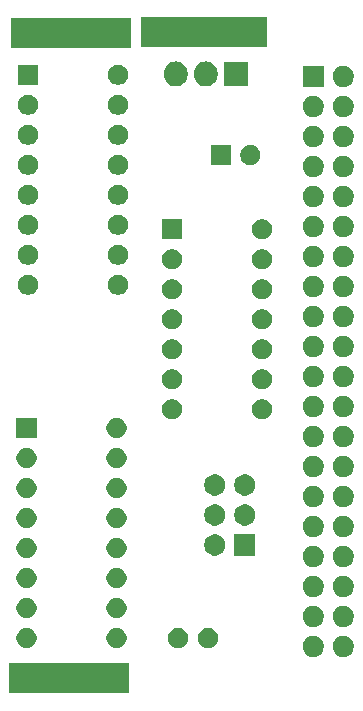
<source format=gts>
G04 #@! TF.GenerationSoftware,KiCad,Pcbnew,5.1.5-52549c5~86~ubuntu18.04.1*
G04 #@! TF.CreationDate,2020-05-16T08:59:09-06:00*
G04 #@! TF.ProjectId,openturret-hat,6f70656e-7475-4727-9265-742d6861742e,rev?*
G04 #@! TF.SameCoordinates,Original*
G04 #@! TF.FileFunction,Soldermask,Top*
G04 #@! TF.FilePolarity,Negative*
%FSLAX46Y46*%
G04 Gerber Fmt 4.6, Leading zero omitted, Abs format (unit mm)*
G04 Created by KiCad (PCBNEW 5.1.5-52549c5~86~ubuntu18.04.1) date 2020-05-16 08:59:09*
%MOMM*%
%LPD*%
G04 APERTURE LIST*
%ADD10C,0.100000*%
G04 APERTURE END LIST*
D10*
G36*
X117348000Y-125095000D02*
G01*
X107188000Y-125095000D01*
X107188000Y-122555000D01*
X117348000Y-122555000D01*
X117348000Y-125095000D01*
G37*
G36*
X135579737Y-120209927D02*
G01*
X135729037Y-120239624D01*
X135893009Y-120307544D01*
X136040579Y-120406147D01*
X136166078Y-120531646D01*
X136264681Y-120679216D01*
X136332601Y-120843188D01*
X136367225Y-121017259D01*
X136367225Y-121194741D01*
X136332601Y-121368812D01*
X136264681Y-121532784D01*
X136166078Y-121680354D01*
X136040579Y-121805853D01*
X135893009Y-121904456D01*
X135729037Y-121972376D01*
X135579737Y-122002073D01*
X135554967Y-122007000D01*
X135377483Y-122007000D01*
X135352713Y-122002073D01*
X135203413Y-121972376D01*
X135039441Y-121904456D01*
X134891871Y-121805853D01*
X134766372Y-121680354D01*
X134667769Y-121532784D01*
X134599849Y-121368812D01*
X134565225Y-121194741D01*
X134565225Y-121017259D01*
X134599849Y-120843188D01*
X134667769Y-120679216D01*
X134766372Y-120531646D01*
X134891871Y-120406147D01*
X135039441Y-120307544D01*
X135203413Y-120239624D01*
X135352713Y-120209927D01*
X135377483Y-120205000D01*
X135554967Y-120205000D01*
X135579737Y-120209927D01*
G37*
G36*
X133039737Y-120209927D02*
G01*
X133189037Y-120239624D01*
X133353009Y-120307544D01*
X133500579Y-120406147D01*
X133626078Y-120531646D01*
X133724681Y-120679216D01*
X133792601Y-120843188D01*
X133827225Y-121017259D01*
X133827225Y-121194741D01*
X133792601Y-121368812D01*
X133724681Y-121532784D01*
X133626078Y-121680354D01*
X133500579Y-121805853D01*
X133353009Y-121904456D01*
X133189037Y-121972376D01*
X133039737Y-122002073D01*
X133014967Y-122007000D01*
X132837483Y-122007000D01*
X132812713Y-122002073D01*
X132663413Y-121972376D01*
X132499441Y-121904456D01*
X132351871Y-121805853D01*
X132226372Y-121680354D01*
X132127769Y-121532784D01*
X132059849Y-121368812D01*
X132025225Y-121194741D01*
X132025225Y-121017259D01*
X132059849Y-120843188D01*
X132127769Y-120679216D01*
X132226372Y-120531646D01*
X132351871Y-120406147D01*
X132499441Y-120307544D01*
X132663413Y-120239624D01*
X132812713Y-120209927D01*
X132837483Y-120205000D01*
X133014967Y-120205000D01*
X133039737Y-120209927D01*
G37*
G36*
X108896728Y-119577703D02*
G01*
X109051600Y-119641853D01*
X109190981Y-119734985D01*
X109309515Y-119853519D01*
X109402647Y-119992900D01*
X109466797Y-120147772D01*
X109499500Y-120312184D01*
X109499500Y-120479816D01*
X109466797Y-120644228D01*
X109402647Y-120799100D01*
X109309515Y-120938481D01*
X109190981Y-121057015D01*
X109051600Y-121150147D01*
X108896728Y-121214297D01*
X108732316Y-121247000D01*
X108564684Y-121247000D01*
X108400272Y-121214297D01*
X108245400Y-121150147D01*
X108106019Y-121057015D01*
X107987485Y-120938481D01*
X107894353Y-120799100D01*
X107830203Y-120644228D01*
X107797500Y-120479816D01*
X107797500Y-120312184D01*
X107830203Y-120147772D01*
X107894353Y-119992900D01*
X107987485Y-119853519D01*
X108106019Y-119734985D01*
X108245400Y-119641853D01*
X108400272Y-119577703D01*
X108564684Y-119545000D01*
X108732316Y-119545000D01*
X108896728Y-119577703D01*
G37*
G36*
X116516728Y-119577703D02*
G01*
X116671600Y-119641853D01*
X116810981Y-119734985D01*
X116929515Y-119853519D01*
X117022647Y-119992900D01*
X117086797Y-120147772D01*
X117119500Y-120312184D01*
X117119500Y-120479816D01*
X117086797Y-120644228D01*
X117022647Y-120799100D01*
X116929515Y-120938481D01*
X116810981Y-121057015D01*
X116671600Y-121150147D01*
X116516728Y-121214297D01*
X116352316Y-121247000D01*
X116184684Y-121247000D01*
X116020272Y-121214297D01*
X115865400Y-121150147D01*
X115726019Y-121057015D01*
X115607485Y-120938481D01*
X115514353Y-120799100D01*
X115450203Y-120644228D01*
X115417500Y-120479816D01*
X115417500Y-120312184D01*
X115450203Y-120147772D01*
X115514353Y-119992900D01*
X115607485Y-119853519D01*
X115726019Y-119734985D01*
X115865400Y-119641853D01*
X116020272Y-119577703D01*
X116184684Y-119545000D01*
X116352316Y-119545000D01*
X116516728Y-119577703D01*
G37*
G36*
X124263728Y-119577703D02*
G01*
X124418600Y-119641853D01*
X124557981Y-119734985D01*
X124676515Y-119853519D01*
X124769647Y-119992900D01*
X124833797Y-120147772D01*
X124866500Y-120312184D01*
X124866500Y-120479816D01*
X124833797Y-120644228D01*
X124769647Y-120799100D01*
X124676515Y-120938481D01*
X124557981Y-121057015D01*
X124418600Y-121150147D01*
X124263728Y-121214297D01*
X124099316Y-121247000D01*
X123931684Y-121247000D01*
X123767272Y-121214297D01*
X123612400Y-121150147D01*
X123473019Y-121057015D01*
X123354485Y-120938481D01*
X123261353Y-120799100D01*
X123197203Y-120644228D01*
X123164500Y-120479816D01*
X123164500Y-120312184D01*
X123197203Y-120147772D01*
X123261353Y-119992900D01*
X123354485Y-119853519D01*
X123473019Y-119734985D01*
X123612400Y-119641853D01*
X123767272Y-119577703D01*
X123931684Y-119545000D01*
X124099316Y-119545000D01*
X124263728Y-119577703D01*
G37*
G36*
X121723728Y-119577703D02*
G01*
X121878600Y-119641853D01*
X122017981Y-119734985D01*
X122136515Y-119853519D01*
X122229647Y-119992900D01*
X122293797Y-120147772D01*
X122326500Y-120312184D01*
X122326500Y-120479816D01*
X122293797Y-120644228D01*
X122229647Y-120799100D01*
X122136515Y-120938481D01*
X122017981Y-121057015D01*
X121878600Y-121150147D01*
X121723728Y-121214297D01*
X121559316Y-121247000D01*
X121391684Y-121247000D01*
X121227272Y-121214297D01*
X121072400Y-121150147D01*
X120933019Y-121057015D01*
X120814485Y-120938481D01*
X120721353Y-120799100D01*
X120657203Y-120644228D01*
X120624500Y-120479816D01*
X120624500Y-120312184D01*
X120657203Y-120147772D01*
X120721353Y-119992900D01*
X120814485Y-119853519D01*
X120933019Y-119734985D01*
X121072400Y-119641853D01*
X121227272Y-119577703D01*
X121391684Y-119545000D01*
X121559316Y-119545000D01*
X121723728Y-119577703D01*
G37*
G36*
X133039737Y-117669927D02*
G01*
X133189037Y-117699624D01*
X133353009Y-117767544D01*
X133500579Y-117866147D01*
X133626078Y-117991646D01*
X133724681Y-118139216D01*
X133792601Y-118303188D01*
X133827225Y-118477259D01*
X133827225Y-118654741D01*
X133792601Y-118828812D01*
X133724681Y-118992784D01*
X133626078Y-119140354D01*
X133500579Y-119265853D01*
X133353009Y-119364456D01*
X133189037Y-119432376D01*
X133039737Y-119462073D01*
X133014967Y-119467000D01*
X132837483Y-119467000D01*
X132812713Y-119462073D01*
X132663413Y-119432376D01*
X132499441Y-119364456D01*
X132351871Y-119265853D01*
X132226372Y-119140354D01*
X132127769Y-118992784D01*
X132059849Y-118828812D01*
X132025225Y-118654741D01*
X132025225Y-118477259D01*
X132059849Y-118303188D01*
X132127769Y-118139216D01*
X132226372Y-117991646D01*
X132351871Y-117866147D01*
X132499441Y-117767544D01*
X132663413Y-117699624D01*
X132812713Y-117669927D01*
X132837483Y-117665000D01*
X133014967Y-117665000D01*
X133039737Y-117669927D01*
G37*
G36*
X135579737Y-117669927D02*
G01*
X135729037Y-117699624D01*
X135893009Y-117767544D01*
X136040579Y-117866147D01*
X136166078Y-117991646D01*
X136264681Y-118139216D01*
X136332601Y-118303188D01*
X136367225Y-118477259D01*
X136367225Y-118654741D01*
X136332601Y-118828812D01*
X136264681Y-118992784D01*
X136166078Y-119140354D01*
X136040579Y-119265853D01*
X135893009Y-119364456D01*
X135729037Y-119432376D01*
X135579737Y-119462073D01*
X135554967Y-119467000D01*
X135377483Y-119467000D01*
X135352713Y-119462073D01*
X135203413Y-119432376D01*
X135039441Y-119364456D01*
X134891871Y-119265853D01*
X134766372Y-119140354D01*
X134667769Y-118992784D01*
X134599849Y-118828812D01*
X134565225Y-118654741D01*
X134565225Y-118477259D01*
X134599849Y-118303188D01*
X134667769Y-118139216D01*
X134766372Y-117991646D01*
X134891871Y-117866147D01*
X135039441Y-117767544D01*
X135203413Y-117699624D01*
X135352713Y-117669927D01*
X135377483Y-117665000D01*
X135554967Y-117665000D01*
X135579737Y-117669927D01*
G37*
G36*
X116516728Y-117037703D02*
G01*
X116671600Y-117101853D01*
X116810981Y-117194985D01*
X116929515Y-117313519D01*
X117022647Y-117452900D01*
X117086797Y-117607772D01*
X117119500Y-117772184D01*
X117119500Y-117939816D01*
X117086797Y-118104228D01*
X117022647Y-118259100D01*
X116929515Y-118398481D01*
X116810981Y-118517015D01*
X116671600Y-118610147D01*
X116516728Y-118674297D01*
X116352316Y-118707000D01*
X116184684Y-118707000D01*
X116020272Y-118674297D01*
X115865400Y-118610147D01*
X115726019Y-118517015D01*
X115607485Y-118398481D01*
X115514353Y-118259100D01*
X115450203Y-118104228D01*
X115417500Y-117939816D01*
X115417500Y-117772184D01*
X115450203Y-117607772D01*
X115514353Y-117452900D01*
X115607485Y-117313519D01*
X115726019Y-117194985D01*
X115865400Y-117101853D01*
X116020272Y-117037703D01*
X116184684Y-117005000D01*
X116352316Y-117005000D01*
X116516728Y-117037703D01*
G37*
G36*
X108896728Y-117037703D02*
G01*
X109051600Y-117101853D01*
X109190981Y-117194985D01*
X109309515Y-117313519D01*
X109402647Y-117452900D01*
X109466797Y-117607772D01*
X109499500Y-117772184D01*
X109499500Y-117939816D01*
X109466797Y-118104228D01*
X109402647Y-118259100D01*
X109309515Y-118398481D01*
X109190981Y-118517015D01*
X109051600Y-118610147D01*
X108896728Y-118674297D01*
X108732316Y-118707000D01*
X108564684Y-118707000D01*
X108400272Y-118674297D01*
X108245400Y-118610147D01*
X108106019Y-118517015D01*
X107987485Y-118398481D01*
X107894353Y-118259100D01*
X107830203Y-118104228D01*
X107797500Y-117939816D01*
X107797500Y-117772184D01*
X107830203Y-117607772D01*
X107894353Y-117452900D01*
X107987485Y-117313519D01*
X108106019Y-117194985D01*
X108245400Y-117101853D01*
X108400272Y-117037703D01*
X108564684Y-117005000D01*
X108732316Y-117005000D01*
X108896728Y-117037703D01*
G37*
G36*
X133039737Y-115129927D02*
G01*
X133189037Y-115159624D01*
X133353009Y-115227544D01*
X133500579Y-115326147D01*
X133626078Y-115451646D01*
X133724681Y-115599216D01*
X133792601Y-115763188D01*
X133827225Y-115937259D01*
X133827225Y-116114741D01*
X133792601Y-116288812D01*
X133724681Y-116452784D01*
X133626078Y-116600354D01*
X133500579Y-116725853D01*
X133353009Y-116824456D01*
X133189037Y-116892376D01*
X133039737Y-116922073D01*
X133014967Y-116927000D01*
X132837483Y-116927000D01*
X132812713Y-116922073D01*
X132663413Y-116892376D01*
X132499441Y-116824456D01*
X132351871Y-116725853D01*
X132226372Y-116600354D01*
X132127769Y-116452784D01*
X132059849Y-116288812D01*
X132025225Y-116114741D01*
X132025225Y-115937259D01*
X132059849Y-115763188D01*
X132127769Y-115599216D01*
X132226372Y-115451646D01*
X132351871Y-115326147D01*
X132499441Y-115227544D01*
X132663413Y-115159624D01*
X132812713Y-115129927D01*
X132837483Y-115125000D01*
X133014967Y-115125000D01*
X133039737Y-115129927D01*
G37*
G36*
X135579737Y-115129927D02*
G01*
X135729037Y-115159624D01*
X135893009Y-115227544D01*
X136040579Y-115326147D01*
X136166078Y-115451646D01*
X136264681Y-115599216D01*
X136332601Y-115763188D01*
X136367225Y-115937259D01*
X136367225Y-116114741D01*
X136332601Y-116288812D01*
X136264681Y-116452784D01*
X136166078Y-116600354D01*
X136040579Y-116725853D01*
X135893009Y-116824456D01*
X135729037Y-116892376D01*
X135579737Y-116922073D01*
X135554967Y-116927000D01*
X135377483Y-116927000D01*
X135352713Y-116922073D01*
X135203413Y-116892376D01*
X135039441Y-116824456D01*
X134891871Y-116725853D01*
X134766372Y-116600354D01*
X134667769Y-116452784D01*
X134599849Y-116288812D01*
X134565225Y-116114741D01*
X134565225Y-115937259D01*
X134599849Y-115763188D01*
X134667769Y-115599216D01*
X134766372Y-115451646D01*
X134891871Y-115326147D01*
X135039441Y-115227544D01*
X135203413Y-115159624D01*
X135352713Y-115129927D01*
X135377483Y-115125000D01*
X135554967Y-115125000D01*
X135579737Y-115129927D01*
G37*
G36*
X108896728Y-114497703D02*
G01*
X109051600Y-114561853D01*
X109190981Y-114654985D01*
X109309515Y-114773519D01*
X109402647Y-114912900D01*
X109466797Y-115067772D01*
X109499500Y-115232184D01*
X109499500Y-115399816D01*
X109466797Y-115564228D01*
X109402647Y-115719100D01*
X109309515Y-115858481D01*
X109190981Y-115977015D01*
X109051600Y-116070147D01*
X108896728Y-116134297D01*
X108732316Y-116167000D01*
X108564684Y-116167000D01*
X108400272Y-116134297D01*
X108245400Y-116070147D01*
X108106019Y-115977015D01*
X107987485Y-115858481D01*
X107894353Y-115719100D01*
X107830203Y-115564228D01*
X107797500Y-115399816D01*
X107797500Y-115232184D01*
X107830203Y-115067772D01*
X107894353Y-114912900D01*
X107987485Y-114773519D01*
X108106019Y-114654985D01*
X108245400Y-114561853D01*
X108400272Y-114497703D01*
X108564684Y-114465000D01*
X108732316Y-114465000D01*
X108896728Y-114497703D01*
G37*
G36*
X116516728Y-114497703D02*
G01*
X116671600Y-114561853D01*
X116810981Y-114654985D01*
X116929515Y-114773519D01*
X117022647Y-114912900D01*
X117086797Y-115067772D01*
X117119500Y-115232184D01*
X117119500Y-115399816D01*
X117086797Y-115564228D01*
X117022647Y-115719100D01*
X116929515Y-115858481D01*
X116810981Y-115977015D01*
X116671600Y-116070147D01*
X116516728Y-116134297D01*
X116352316Y-116167000D01*
X116184684Y-116167000D01*
X116020272Y-116134297D01*
X115865400Y-116070147D01*
X115726019Y-115977015D01*
X115607485Y-115858481D01*
X115514353Y-115719100D01*
X115450203Y-115564228D01*
X115417500Y-115399816D01*
X115417500Y-115232184D01*
X115450203Y-115067772D01*
X115514353Y-114912900D01*
X115607485Y-114773519D01*
X115726019Y-114654985D01*
X115865400Y-114561853D01*
X116020272Y-114497703D01*
X116184684Y-114465000D01*
X116352316Y-114465000D01*
X116516728Y-114497703D01*
G37*
G36*
X135579737Y-112589927D02*
G01*
X135729037Y-112619624D01*
X135893009Y-112687544D01*
X136040579Y-112786147D01*
X136166078Y-112911646D01*
X136264681Y-113059216D01*
X136332601Y-113223188D01*
X136367225Y-113397259D01*
X136367225Y-113574741D01*
X136332601Y-113748812D01*
X136264681Y-113912784D01*
X136166078Y-114060354D01*
X136040579Y-114185853D01*
X135893009Y-114284456D01*
X135729037Y-114352376D01*
X135579737Y-114382073D01*
X135554967Y-114387000D01*
X135377483Y-114387000D01*
X135352713Y-114382073D01*
X135203413Y-114352376D01*
X135039441Y-114284456D01*
X134891871Y-114185853D01*
X134766372Y-114060354D01*
X134667769Y-113912784D01*
X134599849Y-113748812D01*
X134565225Y-113574741D01*
X134565225Y-113397259D01*
X134599849Y-113223188D01*
X134667769Y-113059216D01*
X134766372Y-112911646D01*
X134891871Y-112786147D01*
X135039441Y-112687544D01*
X135203413Y-112619624D01*
X135352713Y-112589927D01*
X135377483Y-112585000D01*
X135554967Y-112585000D01*
X135579737Y-112589927D01*
G37*
G36*
X133039737Y-112589927D02*
G01*
X133189037Y-112619624D01*
X133353009Y-112687544D01*
X133500579Y-112786147D01*
X133626078Y-112911646D01*
X133724681Y-113059216D01*
X133792601Y-113223188D01*
X133827225Y-113397259D01*
X133827225Y-113574741D01*
X133792601Y-113748812D01*
X133724681Y-113912784D01*
X133626078Y-114060354D01*
X133500579Y-114185853D01*
X133353009Y-114284456D01*
X133189037Y-114352376D01*
X133039737Y-114382073D01*
X133014967Y-114387000D01*
X132837483Y-114387000D01*
X132812713Y-114382073D01*
X132663413Y-114352376D01*
X132499441Y-114284456D01*
X132351871Y-114185853D01*
X132226372Y-114060354D01*
X132127769Y-113912784D01*
X132059849Y-113748812D01*
X132025225Y-113574741D01*
X132025225Y-113397259D01*
X132059849Y-113223188D01*
X132127769Y-113059216D01*
X132226372Y-112911646D01*
X132351871Y-112786147D01*
X132499441Y-112687544D01*
X132663413Y-112619624D01*
X132812713Y-112589927D01*
X132837483Y-112585000D01*
X133014967Y-112585000D01*
X133039737Y-112589927D01*
G37*
G36*
X108896728Y-111957703D02*
G01*
X109051600Y-112021853D01*
X109190981Y-112114985D01*
X109309515Y-112233519D01*
X109402647Y-112372900D01*
X109466797Y-112527772D01*
X109499500Y-112692184D01*
X109499500Y-112859816D01*
X109466797Y-113024228D01*
X109402647Y-113179100D01*
X109309515Y-113318481D01*
X109190981Y-113437015D01*
X109051600Y-113530147D01*
X108896728Y-113594297D01*
X108732316Y-113627000D01*
X108564684Y-113627000D01*
X108400272Y-113594297D01*
X108245400Y-113530147D01*
X108106019Y-113437015D01*
X107987485Y-113318481D01*
X107894353Y-113179100D01*
X107830203Y-113024228D01*
X107797500Y-112859816D01*
X107797500Y-112692184D01*
X107830203Y-112527772D01*
X107894353Y-112372900D01*
X107987485Y-112233519D01*
X108106019Y-112114985D01*
X108245400Y-112021853D01*
X108400272Y-111957703D01*
X108564684Y-111925000D01*
X108732316Y-111925000D01*
X108896728Y-111957703D01*
G37*
G36*
X116516728Y-111957703D02*
G01*
X116671600Y-112021853D01*
X116810981Y-112114985D01*
X116929515Y-112233519D01*
X117022647Y-112372900D01*
X117086797Y-112527772D01*
X117119500Y-112692184D01*
X117119500Y-112859816D01*
X117086797Y-113024228D01*
X117022647Y-113179100D01*
X116929515Y-113318481D01*
X116810981Y-113437015D01*
X116671600Y-113530147D01*
X116516728Y-113594297D01*
X116352316Y-113627000D01*
X116184684Y-113627000D01*
X116020272Y-113594297D01*
X115865400Y-113530147D01*
X115726019Y-113437015D01*
X115607485Y-113318481D01*
X115514353Y-113179100D01*
X115450203Y-113024228D01*
X115417500Y-112859816D01*
X115417500Y-112692184D01*
X115450203Y-112527772D01*
X115514353Y-112372900D01*
X115607485Y-112233519D01*
X115726019Y-112114985D01*
X115865400Y-112021853D01*
X116020272Y-111957703D01*
X116184684Y-111925000D01*
X116352316Y-111925000D01*
X116516728Y-111957703D01*
G37*
G36*
X128028000Y-113423000D02*
G01*
X126226000Y-113423000D01*
X126226000Y-111621000D01*
X128028000Y-111621000D01*
X128028000Y-113423000D01*
G37*
G36*
X124700512Y-111625927D02*
G01*
X124849812Y-111655624D01*
X125013784Y-111723544D01*
X125161354Y-111822147D01*
X125286853Y-111947646D01*
X125385456Y-112095216D01*
X125453376Y-112259188D01*
X125488000Y-112433259D01*
X125488000Y-112610741D01*
X125453376Y-112784812D01*
X125385456Y-112948784D01*
X125286853Y-113096354D01*
X125161354Y-113221853D01*
X125013784Y-113320456D01*
X124849812Y-113388376D01*
X124700512Y-113418073D01*
X124675742Y-113423000D01*
X124498258Y-113423000D01*
X124473488Y-113418073D01*
X124324188Y-113388376D01*
X124160216Y-113320456D01*
X124012646Y-113221853D01*
X123887147Y-113096354D01*
X123788544Y-112948784D01*
X123720624Y-112784812D01*
X123686000Y-112610741D01*
X123686000Y-112433259D01*
X123720624Y-112259188D01*
X123788544Y-112095216D01*
X123887147Y-111947646D01*
X124012646Y-111822147D01*
X124160216Y-111723544D01*
X124324188Y-111655624D01*
X124473488Y-111625927D01*
X124498258Y-111621000D01*
X124675742Y-111621000D01*
X124700512Y-111625927D01*
G37*
G36*
X135579737Y-110049927D02*
G01*
X135729037Y-110079624D01*
X135893009Y-110147544D01*
X136040579Y-110246147D01*
X136166078Y-110371646D01*
X136264681Y-110519216D01*
X136332601Y-110683188D01*
X136367225Y-110857259D01*
X136367225Y-111034741D01*
X136332601Y-111208812D01*
X136264681Y-111372784D01*
X136166078Y-111520354D01*
X136040579Y-111645853D01*
X135893009Y-111744456D01*
X135729037Y-111812376D01*
X135579737Y-111842073D01*
X135554967Y-111847000D01*
X135377483Y-111847000D01*
X135352713Y-111842073D01*
X135203413Y-111812376D01*
X135039441Y-111744456D01*
X134891871Y-111645853D01*
X134766372Y-111520354D01*
X134667769Y-111372784D01*
X134599849Y-111208812D01*
X134565225Y-111034741D01*
X134565225Y-110857259D01*
X134599849Y-110683188D01*
X134667769Y-110519216D01*
X134766372Y-110371646D01*
X134891871Y-110246147D01*
X135039441Y-110147544D01*
X135203413Y-110079624D01*
X135352713Y-110049927D01*
X135377483Y-110045000D01*
X135554967Y-110045000D01*
X135579737Y-110049927D01*
G37*
G36*
X133039737Y-110049927D02*
G01*
X133189037Y-110079624D01*
X133353009Y-110147544D01*
X133500579Y-110246147D01*
X133626078Y-110371646D01*
X133724681Y-110519216D01*
X133792601Y-110683188D01*
X133827225Y-110857259D01*
X133827225Y-111034741D01*
X133792601Y-111208812D01*
X133724681Y-111372784D01*
X133626078Y-111520354D01*
X133500579Y-111645853D01*
X133353009Y-111744456D01*
X133189037Y-111812376D01*
X133039737Y-111842073D01*
X133014967Y-111847000D01*
X132837483Y-111847000D01*
X132812713Y-111842073D01*
X132663413Y-111812376D01*
X132499441Y-111744456D01*
X132351871Y-111645853D01*
X132226372Y-111520354D01*
X132127769Y-111372784D01*
X132059849Y-111208812D01*
X132025225Y-111034741D01*
X132025225Y-110857259D01*
X132059849Y-110683188D01*
X132127769Y-110519216D01*
X132226372Y-110371646D01*
X132351871Y-110246147D01*
X132499441Y-110147544D01*
X132663413Y-110079624D01*
X132812713Y-110049927D01*
X132837483Y-110045000D01*
X133014967Y-110045000D01*
X133039737Y-110049927D01*
G37*
G36*
X116516728Y-109417703D02*
G01*
X116671600Y-109481853D01*
X116810981Y-109574985D01*
X116929515Y-109693519D01*
X117022647Y-109832900D01*
X117086797Y-109987772D01*
X117119500Y-110152184D01*
X117119500Y-110319816D01*
X117086797Y-110484228D01*
X117022647Y-110639100D01*
X116929515Y-110778481D01*
X116810981Y-110897015D01*
X116671600Y-110990147D01*
X116516728Y-111054297D01*
X116352316Y-111087000D01*
X116184684Y-111087000D01*
X116020272Y-111054297D01*
X115865400Y-110990147D01*
X115726019Y-110897015D01*
X115607485Y-110778481D01*
X115514353Y-110639100D01*
X115450203Y-110484228D01*
X115417500Y-110319816D01*
X115417500Y-110152184D01*
X115450203Y-109987772D01*
X115514353Y-109832900D01*
X115607485Y-109693519D01*
X115726019Y-109574985D01*
X115865400Y-109481853D01*
X116020272Y-109417703D01*
X116184684Y-109385000D01*
X116352316Y-109385000D01*
X116516728Y-109417703D01*
G37*
G36*
X108896728Y-109417703D02*
G01*
X109051600Y-109481853D01*
X109190981Y-109574985D01*
X109309515Y-109693519D01*
X109402647Y-109832900D01*
X109466797Y-109987772D01*
X109499500Y-110152184D01*
X109499500Y-110319816D01*
X109466797Y-110484228D01*
X109402647Y-110639100D01*
X109309515Y-110778481D01*
X109190981Y-110897015D01*
X109051600Y-110990147D01*
X108896728Y-111054297D01*
X108732316Y-111087000D01*
X108564684Y-111087000D01*
X108400272Y-111054297D01*
X108245400Y-110990147D01*
X108106019Y-110897015D01*
X107987485Y-110778481D01*
X107894353Y-110639100D01*
X107830203Y-110484228D01*
X107797500Y-110319816D01*
X107797500Y-110152184D01*
X107830203Y-109987772D01*
X107894353Y-109832900D01*
X107987485Y-109693519D01*
X108106019Y-109574985D01*
X108245400Y-109481853D01*
X108400272Y-109417703D01*
X108564684Y-109385000D01*
X108732316Y-109385000D01*
X108896728Y-109417703D01*
G37*
G36*
X127240512Y-109085927D02*
G01*
X127389812Y-109115624D01*
X127553784Y-109183544D01*
X127701354Y-109282147D01*
X127826853Y-109407646D01*
X127925456Y-109555216D01*
X127993376Y-109719188D01*
X128028000Y-109893259D01*
X128028000Y-110070741D01*
X127993376Y-110244812D01*
X127925456Y-110408784D01*
X127826853Y-110556354D01*
X127701354Y-110681853D01*
X127553784Y-110780456D01*
X127389812Y-110848376D01*
X127240512Y-110878073D01*
X127215742Y-110883000D01*
X127038258Y-110883000D01*
X127013488Y-110878073D01*
X126864188Y-110848376D01*
X126700216Y-110780456D01*
X126552646Y-110681853D01*
X126427147Y-110556354D01*
X126328544Y-110408784D01*
X126260624Y-110244812D01*
X126226000Y-110070741D01*
X126226000Y-109893259D01*
X126260624Y-109719188D01*
X126328544Y-109555216D01*
X126427147Y-109407646D01*
X126552646Y-109282147D01*
X126700216Y-109183544D01*
X126864188Y-109115624D01*
X127013488Y-109085927D01*
X127038258Y-109081000D01*
X127215742Y-109081000D01*
X127240512Y-109085927D01*
G37*
G36*
X124700512Y-109085927D02*
G01*
X124849812Y-109115624D01*
X125013784Y-109183544D01*
X125161354Y-109282147D01*
X125286853Y-109407646D01*
X125385456Y-109555216D01*
X125453376Y-109719188D01*
X125488000Y-109893259D01*
X125488000Y-110070741D01*
X125453376Y-110244812D01*
X125385456Y-110408784D01*
X125286853Y-110556354D01*
X125161354Y-110681853D01*
X125013784Y-110780456D01*
X124849812Y-110848376D01*
X124700512Y-110878073D01*
X124675742Y-110883000D01*
X124498258Y-110883000D01*
X124473488Y-110878073D01*
X124324188Y-110848376D01*
X124160216Y-110780456D01*
X124012646Y-110681853D01*
X123887147Y-110556354D01*
X123788544Y-110408784D01*
X123720624Y-110244812D01*
X123686000Y-110070741D01*
X123686000Y-109893259D01*
X123720624Y-109719188D01*
X123788544Y-109555216D01*
X123887147Y-109407646D01*
X124012646Y-109282147D01*
X124160216Y-109183544D01*
X124324188Y-109115624D01*
X124473488Y-109085927D01*
X124498258Y-109081000D01*
X124675742Y-109081000D01*
X124700512Y-109085927D01*
G37*
G36*
X135579737Y-107509927D02*
G01*
X135729037Y-107539624D01*
X135893009Y-107607544D01*
X136040579Y-107706147D01*
X136166078Y-107831646D01*
X136264681Y-107979216D01*
X136332601Y-108143188D01*
X136367225Y-108317259D01*
X136367225Y-108494741D01*
X136332601Y-108668812D01*
X136264681Y-108832784D01*
X136166078Y-108980354D01*
X136040579Y-109105853D01*
X135893009Y-109204456D01*
X135729037Y-109272376D01*
X135579737Y-109302073D01*
X135554967Y-109307000D01*
X135377483Y-109307000D01*
X135352713Y-109302073D01*
X135203413Y-109272376D01*
X135039441Y-109204456D01*
X134891871Y-109105853D01*
X134766372Y-108980354D01*
X134667769Y-108832784D01*
X134599849Y-108668812D01*
X134565225Y-108494741D01*
X134565225Y-108317259D01*
X134599849Y-108143188D01*
X134667769Y-107979216D01*
X134766372Y-107831646D01*
X134891871Y-107706147D01*
X135039441Y-107607544D01*
X135203413Y-107539624D01*
X135352713Y-107509927D01*
X135377483Y-107505000D01*
X135554967Y-107505000D01*
X135579737Y-107509927D01*
G37*
G36*
X133039737Y-107509927D02*
G01*
X133189037Y-107539624D01*
X133353009Y-107607544D01*
X133500579Y-107706147D01*
X133626078Y-107831646D01*
X133724681Y-107979216D01*
X133792601Y-108143188D01*
X133827225Y-108317259D01*
X133827225Y-108494741D01*
X133792601Y-108668812D01*
X133724681Y-108832784D01*
X133626078Y-108980354D01*
X133500579Y-109105853D01*
X133353009Y-109204456D01*
X133189037Y-109272376D01*
X133039737Y-109302073D01*
X133014967Y-109307000D01*
X132837483Y-109307000D01*
X132812713Y-109302073D01*
X132663413Y-109272376D01*
X132499441Y-109204456D01*
X132351871Y-109105853D01*
X132226372Y-108980354D01*
X132127769Y-108832784D01*
X132059849Y-108668812D01*
X132025225Y-108494741D01*
X132025225Y-108317259D01*
X132059849Y-108143188D01*
X132127769Y-107979216D01*
X132226372Y-107831646D01*
X132351871Y-107706147D01*
X132499441Y-107607544D01*
X132663413Y-107539624D01*
X132812713Y-107509927D01*
X132837483Y-107505000D01*
X133014967Y-107505000D01*
X133039737Y-107509927D01*
G37*
G36*
X108896728Y-106877703D02*
G01*
X109051600Y-106941853D01*
X109190981Y-107034985D01*
X109309515Y-107153519D01*
X109402647Y-107292900D01*
X109466797Y-107447772D01*
X109499500Y-107612184D01*
X109499500Y-107779816D01*
X109466797Y-107944228D01*
X109402647Y-108099100D01*
X109309515Y-108238481D01*
X109190981Y-108357015D01*
X109051600Y-108450147D01*
X108896728Y-108514297D01*
X108732316Y-108547000D01*
X108564684Y-108547000D01*
X108400272Y-108514297D01*
X108245400Y-108450147D01*
X108106019Y-108357015D01*
X107987485Y-108238481D01*
X107894353Y-108099100D01*
X107830203Y-107944228D01*
X107797500Y-107779816D01*
X107797500Y-107612184D01*
X107830203Y-107447772D01*
X107894353Y-107292900D01*
X107987485Y-107153519D01*
X108106019Y-107034985D01*
X108245400Y-106941853D01*
X108400272Y-106877703D01*
X108564684Y-106845000D01*
X108732316Y-106845000D01*
X108896728Y-106877703D01*
G37*
G36*
X116516728Y-106877703D02*
G01*
X116671600Y-106941853D01*
X116810981Y-107034985D01*
X116929515Y-107153519D01*
X117022647Y-107292900D01*
X117086797Y-107447772D01*
X117119500Y-107612184D01*
X117119500Y-107779816D01*
X117086797Y-107944228D01*
X117022647Y-108099100D01*
X116929515Y-108238481D01*
X116810981Y-108357015D01*
X116671600Y-108450147D01*
X116516728Y-108514297D01*
X116352316Y-108547000D01*
X116184684Y-108547000D01*
X116020272Y-108514297D01*
X115865400Y-108450147D01*
X115726019Y-108357015D01*
X115607485Y-108238481D01*
X115514353Y-108099100D01*
X115450203Y-107944228D01*
X115417500Y-107779816D01*
X115417500Y-107612184D01*
X115450203Y-107447772D01*
X115514353Y-107292900D01*
X115607485Y-107153519D01*
X115726019Y-107034985D01*
X115865400Y-106941853D01*
X116020272Y-106877703D01*
X116184684Y-106845000D01*
X116352316Y-106845000D01*
X116516728Y-106877703D01*
G37*
G36*
X127240512Y-106545927D02*
G01*
X127389812Y-106575624D01*
X127553784Y-106643544D01*
X127701354Y-106742147D01*
X127826853Y-106867646D01*
X127925456Y-107015216D01*
X127993376Y-107179188D01*
X128028000Y-107353259D01*
X128028000Y-107530741D01*
X127993376Y-107704812D01*
X127925456Y-107868784D01*
X127826853Y-108016354D01*
X127701354Y-108141853D01*
X127553784Y-108240456D01*
X127389812Y-108308376D01*
X127240512Y-108338073D01*
X127215742Y-108343000D01*
X127038258Y-108343000D01*
X127013488Y-108338073D01*
X126864188Y-108308376D01*
X126700216Y-108240456D01*
X126552646Y-108141853D01*
X126427147Y-108016354D01*
X126328544Y-107868784D01*
X126260624Y-107704812D01*
X126226000Y-107530741D01*
X126226000Y-107353259D01*
X126260624Y-107179188D01*
X126328544Y-107015216D01*
X126427147Y-106867646D01*
X126552646Y-106742147D01*
X126700216Y-106643544D01*
X126864188Y-106575624D01*
X127013488Y-106545927D01*
X127038258Y-106541000D01*
X127215742Y-106541000D01*
X127240512Y-106545927D01*
G37*
G36*
X124700512Y-106545927D02*
G01*
X124849812Y-106575624D01*
X125013784Y-106643544D01*
X125161354Y-106742147D01*
X125286853Y-106867646D01*
X125385456Y-107015216D01*
X125453376Y-107179188D01*
X125488000Y-107353259D01*
X125488000Y-107530741D01*
X125453376Y-107704812D01*
X125385456Y-107868784D01*
X125286853Y-108016354D01*
X125161354Y-108141853D01*
X125013784Y-108240456D01*
X124849812Y-108308376D01*
X124700512Y-108338073D01*
X124675742Y-108343000D01*
X124498258Y-108343000D01*
X124473488Y-108338073D01*
X124324188Y-108308376D01*
X124160216Y-108240456D01*
X124012646Y-108141853D01*
X123887147Y-108016354D01*
X123788544Y-107868784D01*
X123720624Y-107704812D01*
X123686000Y-107530741D01*
X123686000Y-107353259D01*
X123720624Y-107179188D01*
X123788544Y-107015216D01*
X123887147Y-106867646D01*
X124012646Y-106742147D01*
X124160216Y-106643544D01*
X124324188Y-106575624D01*
X124473488Y-106545927D01*
X124498258Y-106541000D01*
X124675742Y-106541000D01*
X124700512Y-106545927D01*
G37*
G36*
X133039737Y-104969927D02*
G01*
X133189037Y-104999624D01*
X133353009Y-105067544D01*
X133500579Y-105166147D01*
X133626078Y-105291646D01*
X133724681Y-105439216D01*
X133792601Y-105603188D01*
X133827225Y-105777259D01*
X133827225Y-105954741D01*
X133792601Y-106128812D01*
X133724681Y-106292784D01*
X133626078Y-106440354D01*
X133500579Y-106565853D01*
X133353009Y-106664456D01*
X133189037Y-106732376D01*
X133039737Y-106762073D01*
X133014967Y-106767000D01*
X132837483Y-106767000D01*
X132812713Y-106762073D01*
X132663413Y-106732376D01*
X132499441Y-106664456D01*
X132351871Y-106565853D01*
X132226372Y-106440354D01*
X132127769Y-106292784D01*
X132059849Y-106128812D01*
X132025225Y-105954741D01*
X132025225Y-105777259D01*
X132059849Y-105603188D01*
X132127769Y-105439216D01*
X132226372Y-105291646D01*
X132351871Y-105166147D01*
X132499441Y-105067544D01*
X132663413Y-104999624D01*
X132812713Y-104969927D01*
X132837483Y-104965000D01*
X133014967Y-104965000D01*
X133039737Y-104969927D01*
G37*
G36*
X135579737Y-104969927D02*
G01*
X135729037Y-104999624D01*
X135893009Y-105067544D01*
X136040579Y-105166147D01*
X136166078Y-105291646D01*
X136264681Y-105439216D01*
X136332601Y-105603188D01*
X136367225Y-105777259D01*
X136367225Y-105954741D01*
X136332601Y-106128812D01*
X136264681Y-106292784D01*
X136166078Y-106440354D01*
X136040579Y-106565853D01*
X135893009Y-106664456D01*
X135729037Y-106732376D01*
X135579737Y-106762073D01*
X135554967Y-106767000D01*
X135377483Y-106767000D01*
X135352713Y-106762073D01*
X135203413Y-106732376D01*
X135039441Y-106664456D01*
X134891871Y-106565853D01*
X134766372Y-106440354D01*
X134667769Y-106292784D01*
X134599849Y-106128812D01*
X134565225Y-105954741D01*
X134565225Y-105777259D01*
X134599849Y-105603188D01*
X134667769Y-105439216D01*
X134766372Y-105291646D01*
X134891871Y-105166147D01*
X135039441Y-105067544D01*
X135203413Y-104999624D01*
X135352713Y-104969927D01*
X135377483Y-104965000D01*
X135554967Y-104965000D01*
X135579737Y-104969927D01*
G37*
G36*
X108896728Y-104337703D02*
G01*
X109051600Y-104401853D01*
X109190981Y-104494985D01*
X109309515Y-104613519D01*
X109402647Y-104752900D01*
X109466797Y-104907772D01*
X109499500Y-105072184D01*
X109499500Y-105239816D01*
X109466797Y-105404228D01*
X109402647Y-105559100D01*
X109309515Y-105698481D01*
X109190981Y-105817015D01*
X109051600Y-105910147D01*
X108896728Y-105974297D01*
X108732316Y-106007000D01*
X108564684Y-106007000D01*
X108400272Y-105974297D01*
X108245400Y-105910147D01*
X108106019Y-105817015D01*
X107987485Y-105698481D01*
X107894353Y-105559100D01*
X107830203Y-105404228D01*
X107797500Y-105239816D01*
X107797500Y-105072184D01*
X107830203Y-104907772D01*
X107894353Y-104752900D01*
X107987485Y-104613519D01*
X108106019Y-104494985D01*
X108245400Y-104401853D01*
X108400272Y-104337703D01*
X108564684Y-104305000D01*
X108732316Y-104305000D01*
X108896728Y-104337703D01*
G37*
G36*
X116516728Y-104337703D02*
G01*
X116671600Y-104401853D01*
X116810981Y-104494985D01*
X116929515Y-104613519D01*
X117022647Y-104752900D01*
X117086797Y-104907772D01*
X117119500Y-105072184D01*
X117119500Y-105239816D01*
X117086797Y-105404228D01*
X117022647Y-105559100D01*
X116929515Y-105698481D01*
X116810981Y-105817015D01*
X116671600Y-105910147D01*
X116516728Y-105974297D01*
X116352316Y-106007000D01*
X116184684Y-106007000D01*
X116020272Y-105974297D01*
X115865400Y-105910147D01*
X115726019Y-105817015D01*
X115607485Y-105698481D01*
X115514353Y-105559100D01*
X115450203Y-105404228D01*
X115417500Y-105239816D01*
X115417500Y-105072184D01*
X115450203Y-104907772D01*
X115514353Y-104752900D01*
X115607485Y-104613519D01*
X115726019Y-104494985D01*
X115865400Y-104401853D01*
X116020272Y-104337703D01*
X116184684Y-104305000D01*
X116352316Y-104305000D01*
X116516728Y-104337703D01*
G37*
G36*
X133039737Y-102429927D02*
G01*
X133189037Y-102459624D01*
X133353009Y-102527544D01*
X133500579Y-102626147D01*
X133626078Y-102751646D01*
X133724681Y-102899216D01*
X133792601Y-103063188D01*
X133827225Y-103237259D01*
X133827225Y-103414741D01*
X133792601Y-103588812D01*
X133724681Y-103752784D01*
X133626078Y-103900354D01*
X133500579Y-104025853D01*
X133353009Y-104124456D01*
X133189037Y-104192376D01*
X133039737Y-104222073D01*
X133014967Y-104227000D01*
X132837483Y-104227000D01*
X132812713Y-104222073D01*
X132663413Y-104192376D01*
X132499441Y-104124456D01*
X132351871Y-104025853D01*
X132226372Y-103900354D01*
X132127769Y-103752784D01*
X132059849Y-103588812D01*
X132025225Y-103414741D01*
X132025225Y-103237259D01*
X132059849Y-103063188D01*
X132127769Y-102899216D01*
X132226372Y-102751646D01*
X132351871Y-102626147D01*
X132499441Y-102527544D01*
X132663413Y-102459624D01*
X132812713Y-102429927D01*
X132837483Y-102425000D01*
X133014967Y-102425000D01*
X133039737Y-102429927D01*
G37*
G36*
X135579737Y-102429927D02*
G01*
X135729037Y-102459624D01*
X135893009Y-102527544D01*
X136040579Y-102626147D01*
X136166078Y-102751646D01*
X136264681Y-102899216D01*
X136332601Y-103063188D01*
X136367225Y-103237259D01*
X136367225Y-103414741D01*
X136332601Y-103588812D01*
X136264681Y-103752784D01*
X136166078Y-103900354D01*
X136040579Y-104025853D01*
X135893009Y-104124456D01*
X135729037Y-104192376D01*
X135579737Y-104222073D01*
X135554967Y-104227000D01*
X135377483Y-104227000D01*
X135352713Y-104222073D01*
X135203413Y-104192376D01*
X135039441Y-104124456D01*
X134891871Y-104025853D01*
X134766372Y-103900354D01*
X134667769Y-103752784D01*
X134599849Y-103588812D01*
X134565225Y-103414741D01*
X134565225Y-103237259D01*
X134599849Y-103063188D01*
X134667769Y-102899216D01*
X134766372Y-102751646D01*
X134891871Y-102626147D01*
X135039441Y-102527544D01*
X135203413Y-102459624D01*
X135352713Y-102429927D01*
X135377483Y-102425000D01*
X135554967Y-102425000D01*
X135579737Y-102429927D01*
G37*
G36*
X109499500Y-103467000D02*
G01*
X107797500Y-103467000D01*
X107797500Y-101765000D01*
X109499500Y-101765000D01*
X109499500Y-103467000D01*
G37*
G36*
X116516728Y-101797703D02*
G01*
X116671600Y-101861853D01*
X116810981Y-101954985D01*
X116929515Y-102073519D01*
X117022647Y-102212900D01*
X117086797Y-102367772D01*
X117119500Y-102532184D01*
X117119500Y-102699816D01*
X117086797Y-102864228D01*
X117022647Y-103019100D01*
X116929515Y-103158481D01*
X116810981Y-103277015D01*
X116671600Y-103370147D01*
X116516728Y-103434297D01*
X116352316Y-103467000D01*
X116184684Y-103467000D01*
X116020272Y-103434297D01*
X115865400Y-103370147D01*
X115726019Y-103277015D01*
X115607485Y-103158481D01*
X115514353Y-103019100D01*
X115450203Y-102864228D01*
X115417500Y-102699816D01*
X115417500Y-102532184D01*
X115450203Y-102367772D01*
X115514353Y-102212900D01*
X115607485Y-102073519D01*
X115726019Y-101954985D01*
X115865400Y-101861853D01*
X116020272Y-101797703D01*
X116184684Y-101765000D01*
X116352316Y-101765000D01*
X116516728Y-101797703D01*
G37*
G36*
X128835728Y-100210203D02*
G01*
X128990600Y-100274353D01*
X129129981Y-100367485D01*
X129248515Y-100486019D01*
X129341647Y-100625400D01*
X129405797Y-100780272D01*
X129438500Y-100944684D01*
X129438500Y-101112316D01*
X129405797Y-101276728D01*
X129341647Y-101431600D01*
X129248515Y-101570981D01*
X129129981Y-101689515D01*
X128990600Y-101782647D01*
X128835728Y-101846797D01*
X128671316Y-101879500D01*
X128503684Y-101879500D01*
X128339272Y-101846797D01*
X128184400Y-101782647D01*
X128045019Y-101689515D01*
X127926485Y-101570981D01*
X127833353Y-101431600D01*
X127769203Y-101276728D01*
X127736500Y-101112316D01*
X127736500Y-100944684D01*
X127769203Y-100780272D01*
X127833353Y-100625400D01*
X127926485Y-100486019D01*
X128045019Y-100367485D01*
X128184400Y-100274353D01*
X128339272Y-100210203D01*
X128503684Y-100177500D01*
X128671316Y-100177500D01*
X128835728Y-100210203D01*
G37*
G36*
X121215728Y-100210203D02*
G01*
X121370600Y-100274353D01*
X121509981Y-100367485D01*
X121628515Y-100486019D01*
X121721647Y-100625400D01*
X121785797Y-100780272D01*
X121818500Y-100944684D01*
X121818500Y-101112316D01*
X121785797Y-101276728D01*
X121721647Y-101431600D01*
X121628515Y-101570981D01*
X121509981Y-101689515D01*
X121370600Y-101782647D01*
X121215728Y-101846797D01*
X121051316Y-101879500D01*
X120883684Y-101879500D01*
X120719272Y-101846797D01*
X120564400Y-101782647D01*
X120425019Y-101689515D01*
X120306485Y-101570981D01*
X120213353Y-101431600D01*
X120149203Y-101276728D01*
X120116500Y-101112316D01*
X120116500Y-100944684D01*
X120149203Y-100780272D01*
X120213353Y-100625400D01*
X120306485Y-100486019D01*
X120425019Y-100367485D01*
X120564400Y-100274353D01*
X120719272Y-100210203D01*
X120883684Y-100177500D01*
X121051316Y-100177500D01*
X121215728Y-100210203D01*
G37*
G36*
X135579737Y-99889927D02*
G01*
X135729037Y-99919624D01*
X135893009Y-99987544D01*
X136040579Y-100086147D01*
X136166078Y-100211646D01*
X136264681Y-100359216D01*
X136332601Y-100523188D01*
X136367225Y-100697259D01*
X136367225Y-100874741D01*
X136332601Y-101048812D01*
X136264681Y-101212784D01*
X136166078Y-101360354D01*
X136040579Y-101485853D01*
X135893009Y-101584456D01*
X135729037Y-101652376D01*
X135579737Y-101682073D01*
X135554967Y-101687000D01*
X135377483Y-101687000D01*
X135352713Y-101682073D01*
X135203413Y-101652376D01*
X135039441Y-101584456D01*
X134891871Y-101485853D01*
X134766372Y-101360354D01*
X134667769Y-101212784D01*
X134599849Y-101048812D01*
X134565225Y-100874741D01*
X134565225Y-100697259D01*
X134599849Y-100523188D01*
X134667769Y-100359216D01*
X134766372Y-100211646D01*
X134891871Y-100086147D01*
X135039441Y-99987544D01*
X135203413Y-99919624D01*
X135352713Y-99889927D01*
X135377483Y-99885000D01*
X135554967Y-99885000D01*
X135579737Y-99889927D01*
G37*
G36*
X133039737Y-99889927D02*
G01*
X133189037Y-99919624D01*
X133353009Y-99987544D01*
X133500579Y-100086147D01*
X133626078Y-100211646D01*
X133724681Y-100359216D01*
X133792601Y-100523188D01*
X133827225Y-100697259D01*
X133827225Y-100874741D01*
X133792601Y-101048812D01*
X133724681Y-101212784D01*
X133626078Y-101360354D01*
X133500579Y-101485853D01*
X133353009Y-101584456D01*
X133189037Y-101652376D01*
X133039737Y-101682073D01*
X133014967Y-101687000D01*
X132837483Y-101687000D01*
X132812713Y-101682073D01*
X132663413Y-101652376D01*
X132499441Y-101584456D01*
X132351871Y-101485853D01*
X132226372Y-101360354D01*
X132127769Y-101212784D01*
X132059849Y-101048812D01*
X132025225Y-100874741D01*
X132025225Y-100697259D01*
X132059849Y-100523188D01*
X132127769Y-100359216D01*
X132226372Y-100211646D01*
X132351871Y-100086147D01*
X132499441Y-99987544D01*
X132663413Y-99919624D01*
X132812713Y-99889927D01*
X132837483Y-99885000D01*
X133014967Y-99885000D01*
X133039737Y-99889927D01*
G37*
G36*
X128835728Y-97670203D02*
G01*
X128990600Y-97734353D01*
X129129981Y-97827485D01*
X129248515Y-97946019D01*
X129341647Y-98085400D01*
X129405797Y-98240272D01*
X129438500Y-98404684D01*
X129438500Y-98572316D01*
X129405797Y-98736728D01*
X129341647Y-98891600D01*
X129248515Y-99030981D01*
X129129981Y-99149515D01*
X128990600Y-99242647D01*
X128835728Y-99306797D01*
X128671316Y-99339500D01*
X128503684Y-99339500D01*
X128339272Y-99306797D01*
X128184400Y-99242647D01*
X128045019Y-99149515D01*
X127926485Y-99030981D01*
X127833353Y-98891600D01*
X127769203Y-98736728D01*
X127736500Y-98572316D01*
X127736500Y-98404684D01*
X127769203Y-98240272D01*
X127833353Y-98085400D01*
X127926485Y-97946019D01*
X128045019Y-97827485D01*
X128184400Y-97734353D01*
X128339272Y-97670203D01*
X128503684Y-97637500D01*
X128671316Y-97637500D01*
X128835728Y-97670203D01*
G37*
G36*
X121215728Y-97670203D02*
G01*
X121370600Y-97734353D01*
X121509981Y-97827485D01*
X121628515Y-97946019D01*
X121721647Y-98085400D01*
X121785797Y-98240272D01*
X121818500Y-98404684D01*
X121818500Y-98572316D01*
X121785797Y-98736728D01*
X121721647Y-98891600D01*
X121628515Y-99030981D01*
X121509981Y-99149515D01*
X121370600Y-99242647D01*
X121215728Y-99306797D01*
X121051316Y-99339500D01*
X120883684Y-99339500D01*
X120719272Y-99306797D01*
X120564400Y-99242647D01*
X120425019Y-99149515D01*
X120306485Y-99030981D01*
X120213353Y-98891600D01*
X120149203Y-98736728D01*
X120116500Y-98572316D01*
X120116500Y-98404684D01*
X120149203Y-98240272D01*
X120213353Y-98085400D01*
X120306485Y-97946019D01*
X120425019Y-97827485D01*
X120564400Y-97734353D01*
X120719272Y-97670203D01*
X120883684Y-97637500D01*
X121051316Y-97637500D01*
X121215728Y-97670203D01*
G37*
G36*
X135579737Y-97349927D02*
G01*
X135729037Y-97379624D01*
X135893009Y-97447544D01*
X136040579Y-97546147D01*
X136166078Y-97671646D01*
X136264681Y-97819216D01*
X136332601Y-97983188D01*
X136367225Y-98157259D01*
X136367225Y-98334741D01*
X136332601Y-98508812D01*
X136264681Y-98672784D01*
X136166078Y-98820354D01*
X136040579Y-98945853D01*
X135893009Y-99044456D01*
X135729037Y-99112376D01*
X135579737Y-99142073D01*
X135554967Y-99147000D01*
X135377483Y-99147000D01*
X135352713Y-99142073D01*
X135203413Y-99112376D01*
X135039441Y-99044456D01*
X134891871Y-98945853D01*
X134766372Y-98820354D01*
X134667769Y-98672784D01*
X134599849Y-98508812D01*
X134565225Y-98334741D01*
X134565225Y-98157259D01*
X134599849Y-97983188D01*
X134667769Y-97819216D01*
X134766372Y-97671646D01*
X134891871Y-97546147D01*
X135039441Y-97447544D01*
X135203413Y-97379624D01*
X135352713Y-97349927D01*
X135377483Y-97345000D01*
X135554967Y-97345000D01*
X135579737Y-97349927D01*
G37*
G36*
X133039737Y-97349927D02*
G01*
X133189037Y-97379624D01*
X133353009Y-97447544D01*
X133500579Y-97546147D01*
X133626078Y-97671646D01*
X133724681Y-97819216D01*
X133792601Y-97983188D01*
X133827225Y-98157259D01*
X133827225Y-98334741D01*
X133792601Y-98508812D01*
X133724681Y-98672784D01*
X133626078Y-98820354D01*
X133500579Y-98945853D01*
X133353009Y-99044456D01*
X133189037Y-99112376D01*
X133039737Y-99142073D01*
X133014967Y-99147000D01*
X132837483Y-99147000D01*
X132812713Y-99142073D01*
X132663413Y-99112376D01*
X132499441Y-99044456D01*
X132351871Y-98945853D01*
X132226372Y-98820354D01*
X132127769Y-98672784D01*
X132059849Y-98508812D01*
X132025225Y-98334741D01*
X132025225Y-98157259D01*
X132059849Y-97983188D01*
X132127769Y-97819216D01*
X132226372Y-97671646D01*
X132351871Y-97546147D01*
X132499441Y-97447544D01*
X132663413Y-97379624D01*
X132812713Y-97349927D01*
X132837483Y-97345000D01*
X133014967Y-97345000D01*
X133039737Y-97349927D01*
G37*
G36*
X128835728Y-95130203D02*
G01*
X128990600Y-95194353D01*
X129129981Y-95287485D01*
X129248515Y-95406019D01*
X129341647Y-95545400D01*
X129405797Y-95700272D01*
X129438500Y-95864684D01*
X129438500Y-96032316D01*
X129405797Y-96196728D01*
X129341647Y-96351600D01*
X129248515Y-96490981D01*
X129129981Y-96609515D01*
X128990600Y-96702647D01*
X128835728Y-96766797D01*
X128671316Y-96799500D01*
X128503684Y-96799500D01*
X128339272Y-96766797D01*
X128184400Y-96702647D01*
X128045019Y-96609515D01*
X127926485Y-96490981D01*
X127833353Y-96351600D01*
X127769203Y-96196728D01*
X127736500Y-96032316D01*
X127736500Y-95864684D01*
X127769203Y-95700272D01*
X127833353Y-95545400D01*
X127926485Y-95406019D01*
X128045019Y-95287485D01*
X128184400Y-95194353D01*
X128339272Y-95130203D01*
X128503684Y-95097500D01*
X128671316Y-95097500D01*
X128835728Y-95130203D01*
G37*
G36*
X121215728Y-95130203D02*
G01*
X121370600Y-95194353D01*
X121509981Y-95287485D01*
X121628515Y-95406019D01*
X121721647Y-95545400D01*
X121785797Y-95700272D01*
X121818500Y-95864684D01*
X121818500Y-96032316D01*
X121785797Y-96196728D01*
X121721647Y-96351600D01*
X121628515Y-96490981D01*
X121509981Y-96609515D01*
X121370600Y-96702647D01*
X121215728Y-96766797D01*
X121051316Y-96799500D01*
X120883684Y-96799500D01*
X120719272Y-96766797D01*
X120564400Y-96702647D01*
X120425019Y-96609515D01*
X120306485Y-96490981D01*
X120213353Y-96351600D01*
X120149203Y-96196728D01*
X120116500Y-96032316D01*
X120116500Y-95864684D01*
X120149203Y-95700272D01*
X120213353Y-95545400D01*
X120306485Y-95406019D01*
X120425019Y-95287485D01*
X120564400Y-95194353D01*
X120719272Y-95130203D01*
X120883684Y-95097500D01*
X121051316Y-95097500D01*
X121215728Y-95130203D01*
G37*
G36*
X133039737Y-94809927D02*
G01*
X133189037Y-94839624D01*
X133353009Y-94907544D01*
X133500579Y-95006147D01*
X133626078Y-95131646D01*
X133724681Y-95279216D01*
X133792601Y-95443188D01*
X133827225Y-95617259D01*
X133827225Y-95794741D01*
X133792601Y-95968812D01*
X133724681Y-96132784D01*
X133626078Y-96280354D01*
X133500579Y-96405853D01*
X133353009Y-96504456D01*
X133189037Y-96572376D01*
X133039737Y-96602073D01*
X133014967Y-96607000D01*
X132837483Y-96607000D01*
X132812713Y-96602073D01*
X132663413Y-96572376D01*
X132499441Y-96504456D01*
X132351871Y-96405853D01*
X132226372Y-96280354D01*
X132127769Y-96132784D01*
X132059849Y-95968812D01*
X132025225Y-95794741D01*
X132025225Y-95617259D01*
X132059849Y-95443188D01*
X132127769Y-95279216D01*
X132226372Y-95131646D01*
X132351871Y-95006147D01*
X132499441Y-94907544D01*
X132663413Y-94839624D01*
X132812713Y-94809927D01*
X132837483Y-94805000D01*
X133014967Y-94805000D01*
X133039737Y-94809927D01*
G37*
G36*
X135579737Y-94809927D02*
G01*
X135729037Y-94839624D01*
X135893009Y-94907544D01*
X136040579Y-95006147D01*
X136166078Y-95131646D01*
X136264681Y-95279216D01*
X136332601Y-95443188D01*
X136367225Y-95617259D01*
X136367225Y-95794741D01*
X136332601Y-95968812D01*
X136264681Y-96132784D01*
X136166078Y-96280354D01*
X136040579Y-96405853D01*
X135893009Y-96504456D01*
X135729037Y-96572376D01*
X135579737Y-96602073D01*
X135554967Y-96607000D01*
X135377483Y-96607000D01*
X135352713Y-96602073D01*
X135203413Y-96572376D01*
X135039441Y-96504456D01*
X134891871Y-96405853D01*
X134766372Y-96280354D01*
X134667769Y-96132784D01*
X134599849Y-95968812D01*
X134565225Y-95794741D01*
X134565225Y-95617259D01*
X134599849Y-95443188D01*
X134667769Y-95279216D01*
X134766372Y-95131646D01*
X134891871Y-95006147D01*
X135039441Y-94907544D01*
X135203413Y-94839624D01*
X135352713Y-94809927D01*
X135377483Y-94805000D01*
X135554967Y-94805000D01*
X135579737Y-94809927D01*
G37*
G36*
X128835728Y-92590203D02*
G01*
X128990600Y-92654353D01*
X129129981Y-92747485D01*
X129248515Y-92866019D01*
X129341647Y-93005400D01*
X129405797Y-93160272D01*
X129438500Y-93324684D01*
X129438500Y-93492316D01*
X129405797Y-93656728D01*
X129341647Y-93811600D01*
X129248515Y-93950981D01*
X129129981Y-94069515D01*
X128990600Y-94162647D01*
X128835728Y-94226797D01*
X128671316Y-94259500D01*
X128503684Y-94259500D01*
X128339272Y-94226797D01*
X128184400Y-94162647D01*
X128045019Y-94069515D01*
X127926485Y-93950981D01*
X127833353Y-93811600D01*
X127769203Y-93656728D01*
X127736500Y-93492316D01*
X127736500Y-93324684D01*
X127769203Y-93160272D01*
X127833353Y-93005400D01*
X127926485Y-92866019D01*
X128045019Y-92747485D01*
X128184400Y-92654353D01*
X128339272Y-92590203D01*
X128503684Y-92557500D01*
X128671316Y-92557500D01*
X128835728Y-92590203D01*
G37*
G36*
X121215728Y-92590203D02*
G01*
X121370600Y-92654353D01*
X121509981Y-92747485D01*
X121628515Y-92866019D01*
X121721647Y-93005400D01*
X121785797Y-93160272D01*
X121818500Y-93324684D01*
X121818500Y-93492316D01*
X121785797Y-93656728D01*
X121721647Y-93811600D01*
X121628515Y-93950981D01*
X121509981Y-94069515D01*
X121370600Y-94162647D01*
X121215728Y-94226797D01*
X121051316Y-94259500D01*
X120883684Y-94259500D01*
X120719272Y-94226797D01*
X120564400Y-94162647D01*
X120425019Y-94069515D01*
X120306485Y-93950981D01*
X120213353Y-93811600D01*
X120149203Y-93656728D01*
X120116500Y-93492316D01*
X120116500Y-93324684D01*
X120149203Y-93160272D01*
X120213353Y-93005400D01*
X120306485Y-92866019D01*
X120425019Y-92747485D01*
X120564400Y-92654353D01*
X120719272Y-92590203D01*
X120883684Y-92557500D01*
X121051316Y-92557500D01*
X121215728Y-92590203D01*
G37*
G36*
X135579737Y-92269927D02*
G01*
X135729037Y-92299624D01*
X135893009Y-92367544D01*
X136040579Y-92466147D01*
X136166078Y-92591646D01*
X136264681Y-92739216D01*
X136332601Y-92903188D01*
X136367225Y-93077259D01*
X136367225Y-93254741D01*
X136332601Y-93428812D01*
X136264681Y-93592784D01*
X136166078Y-93740354D01*
X136040579Y-93865853D01*
X135893009Y-93964456D01*
X135729037Y-94032376D01*
X135579737Y-94062073D01*
X135554967Y-94067000D01*
X135377483Y-94067000D01*
X135352713Y-94062073D01*
X135203413Y-94032376D01*
X135039441Y-93964456D01*
X134891871Y-93865853D01*
X134766372Y-93740354D01*
X134667769Y-93592784D01*
X134599849Y-93428812D01*
X134565225Y-93254741D01*
X134565225Y-93077259D01*
X134599849Y-92903188D01*
X134667769Y-92739216D01*
X134766372Y-92591646D01*
X134891871Y-92466147D01*
X135039441Y-92367544D01*
X135203413Y-92299624D01*
X135352713Y-92269927D01*
X135377483Y-92265000D01*
X135554967Y-92265000D01*
X135579737Y-92269927D01*
G37*
G36*
X133039737Y-92269927D02*
G01*
X133189037Y-92299624D01*
X133353009Y-92367544D01*
X133500579Y-92466147D01*
X133626078Y-92591646D01*
X133724681Y-92739216D01*
X133792601Y-92903188D01*
X133827225Y-93077259D01*
X133827225Y-93254741D01*
X133792601Y-93428812D01*
X133724681Y-93592784D01*
X133626078Y-93740354D01*
X133500579Y-93865853D01*
X133353009Y-93964456D01*
X133189037Y-94032376D01*
X133039737Y-94062073D01*
X133014967Y-94067000D01*
X132837483Y-94067000D01*
X132812713Y-94062073D01*
X132663413Y-94032376D01*
X132499441Y-93964456D01*
X132351871Y-93865853D01*
X132226372Y-93740354D01*
X132127769Y-93592784D01*
X132059849Y-93428812D01*
X132025225Y-93254741D01*
X132025225Y-93077259D01*
X132059849Y-92903188D01*
X132127769Y-92739216D01*
X132226372Y-92591646D01*
X132351871Y-92466147D01*
X132499441Y-92367544D01*
X132663413Y-92299624D01*
X132812713Y-92269927D01*
X132837483Y-92265000D01*
X133014967Y-92265000D01*
X133039737Y-92269927D01*
G37*
G36*
X121215728Y-90050203D02*
G01*
X121370600Y-90114353D01*
X121509981Y-90207485D01*
X121628515Y-90326019D01*
X121721647Y-90465400D01*
X121785797Y-90620272D01*
X121818500Y-90784684D01*
X121818500Y-90952316D01*
X121785797Y-91116728D01*
X121721647Y-91271600D01*
X121628515Y-91410981D01*
X121509981Y-91529515D01*
X121370600Y-91622647D01*
X121215728Y-91686797D01*
X121051316Y-91719500D01*
X120883684Y-91719500D01*
X120719272Y-91686797D01*
X120564400Y-91622647D01*
X120425019Y-91529515D01*
X120306485Y-91410981D01*
X120213353Y-91271600D01*
X120149203Y-91116728D01*
X120116500Y-90952316D01*
X120116500Y-90784684D01*
X120149203Y-90620272D01*
X120213353Y-90465400D01*
X120306485Y-90326019D01*
X120425019Y-90207485D01*
X120564400Y-90114353D01*
X120719272Y-90050203D01*
X120883684Y-90017500D01*
X121051316Y-90017500D01*
X121215728Y-90050203D01*
G37*
G36*
X128835728Y-90050203D02*
G01*
X128990600Y-90114353D01*
X129129981Y-90207485D01*
X129248515Y-90326019D01*
X129341647Y-90465400D01*
X129405797Y-90620272D01*
X129438500Y-90784684D01*
X129438500Y-90952316D01*
X129405797Y-91116728D01*
X129341647Y-91271600D01*
X129248515Y-91410981D01*
X129129981Y-91529515D01*
X128990600Y-91622647D01*
X128835728Y-91686797D01*
X128671316Y-91719500D01*
X128503684Y-91719500D01*
X128339272Y-91686797D01*
X128184400Y-91622647D01*
X128045019Y-91529515D01*
X127926485Y-91410981D01*
X127833353Y-91271600D01*
X127769203Y-91116728D01*
X127736500Y-90952316D01*
X127736500Y-90784684D01*
X127769203Y-90620272D01*
X127833353Y-90465400D01*
X127926485Y-90326019D01*
X128045019Y-90207485D01*
X128184400Y-90114353D01*
X128339272Y-90050203D01*
X128503684Y-90017500D01*
X128671316Y-90017500D01*
X128835728Y-90050203D01*
G37*
G36*
X135579737Y-89729927D02*
G01*
X135729037Y-89759624D01*
X135893009Y-89827544D01*
X136040579Y-89926147D01*
X136166078Y-90051646D01*
X136264681Y-90199216D01*
X136332601Y-90363188D01*
X136367225Y-90537259D01*
X136367225Y-90714741D01*
X136332601Y-90888812D01*
X136264681Y-91052784D01*
X136166078Y-91200354D01*
X136040579Y-91325853D01*
X135893009Y-91424456D01*
X135729037Y-91492376D01*
X135579737Y-91522073D01*
X135554967Y-91527000D01*
X135377483Y-91527000D01*
X135352713Y-91522073D01*
X135203413Y-91492376D01*
X135039441Y-91424456D01*
X134891871Y-91325853D01*
X134766372Y-91200354D01*
X134667769Y-91052784D01*
X134599849Y-90888812D01*
X134565225Y-90714741D01*
X134565225Y-90537259D01*
X134599849Y-90363188D01*
X134667769Y-90199216D01*
X134766372Y-90051646D01*
X134891871Y-89926147D01*
X135039441Y-89827544D01*
X135203413Y-89759624D01*
X135352713Y-89729927D01*
X135377483Y-89725000D01*
X135554967Y-89725000D01*
X135579737Y-89729927D01*
G37*
G36*
X133039737Y-89729927D02*
G01*
X133189037Y-89759624D01*
X133353009Y-89827544D01*
X133500579Y-89926147D01*
X133626078Y-90051646D01*
X133724681Y-90199216D01*
X133792601Y-90363188D01*
X133827225Y-90537259D01*
X133827225Y-90714741D01*
X133792601Y-90888812D01*
X133724681Y-91052784D01*
X133626078Y-91200354D01*
X133500579Y-91325853D01*
X133353009Y-91424456D01*
X133189037Y-91492376D01*
X133039737Y-91522073D01*
X133014967Y-91527000D01*
X132837483Y-91527000D01*
X132812713Y-91522073D01*
X132663413Y-91492376D01*
X132499441Y-91424456D01*
X132351871Y-91325853D01*
X132226372Y-91200354D01*
X132127769Y-91052784D01*
X132059849Y-90888812D01*
X132025225Y-90714741D01*
X132025225Y-90537259D01*
X132059849Y-90363188D01*
X132127769Y-90199216D01*
X132226372Y-90051646D01*
X132351871Y-89926147D01*
X132499441Y-89827544D01*
X132663413Y-89759624D01*
X132812713Y-89729927D01*
X132837483Y-89725000D01*
X133014967Y-89725000D01*
X133039737Y-89729927D01*
G37*
G36*
X109023728Y-89669203D02*
G01*
X109178600Y-89733353D01*
X109317981Y-89826485D01*
X109436515Y-89945019D01*
X109529647Y-90084400D01*
X109593797Y-90239272D01*
X109626500Y-90403684D01*
X109626500Y-90571316D01*
X109593797Y-90735728D01*
X109529647Y-90890600D01*
X109436515Y-91029981D01*
X109317981Y-91148515D01*
X109178600Y-91241647D01*
X109023728Y-91305797D01*
X108859316Y-91338500D01*
X108691684Y-91338500D01*
X108527272Y-91305797D01*
X108372400Y-91241647D01*
X108233019Y-91148515D01*
X108114485Y-91029981D01*
X108021353Y-90890600D01*
X107957203Y-90735728D01*
X107924500Y-90571316D01*
X107924500Y-90403684D01*
X107957203Y-90239272D01*
X108021353Y-90084400D01*
X108114485Y-89945019D01*
X108233019Y-89826485D01*
X108372400Y-89733353D01*
X108527272Y-89669203D01*
X108691684Y-89636500D01*
X108859316Y-89636500D01*
X109023728Y-89669203D01*
G37*
G36*
X116643728Y-89669203D02*
G01*
X116798600Y-89733353D01*
X116937981Y-89826485D01*
X117056515Y-89945019D01*
X117149647Y-90084400D01*
X117213797Y-90239272D01*
X117246500Y-90403684D01*
X117246500Y-90571316D01*
X117213797Y-90735728D01*
X117149647Y-90890600D01*
X117056515Y-91029981D01*
X116937981Y-91148515D01*
X116798600Y-91241647D01*
X116643728Y-91305797D01*
X116479316Y-91338500D01*
X116311684Y-91338500D01*
X116147272Y-91305797D01*
X115992400Y-91241647D01*
X115853019Y-91148515D01*
X115734485Y-91029981D01*
X115641353Y-90890600D01*
X115577203Y-90735728D01*
X115544500Y-90571316D01*
X115544500Y-90403684D01*
X115577203Y-90239272D01*
X115641353Y-90084400D01*
X115734485Y-89945019D01*
X115853019Y-89826485D01*
X115992400Y-89733353D01*
X116147272Y-89669203D01*
X116311684Y-89636500D01*
X116479316Y-89636500D01*
X116643728Y-89669203D01*
G37*
G36*
X121215728Y-87510203D02*
G01*
X121370600Y-87574353D01*
X121509981Y-87667485D01*
X121628515Y-87786019D01*
X121721647Y-87925400D01*
X121785797Y-88080272D01*
X121818500Y-88244684D01*
X121818500Y-88412316D01*
X121785797Y-88576728D01*
X121721647Y-88731600D01*
X121628515Y-88870981D01*
X121509981Y-88989515D01*
X121370600Y-89082647D01*
X121215728Y-89146797D01*
X121051316Y-89179500D01*
X120883684Y-89179500D01*
X120719272Y-89146797D01*
X120564400Y-89082647D01*
X120425019Y-88989515D01*
X120306485Y-88870981D01*
X120213353Y-88731600D01*
X120149203Y-88576728D01*
X120116500Y-88412316D01*
X120116500Y-88244684D01*
X120149203Y-88080272D01*
X120213353Y-87925400D01*
X120306485Y-87786019D01*
X120425019Y-87667485D01*
X120564400Y-87574353D01*
X120719272Y-87510203D01*
X120883684Y-87477500D01*
X121051316Y-87477500D01*
X121215728Y-87510203D01*
G37*
G36*
X128835728Y-87510203D02*
G01*
X128990600Y-87574353D01*
X129129981Y-87667485D01*
X129248515Y-87786019D01*
X129341647Y-87925400D01*
X129405797Y-88080272D01*
X129438500Y-88244684D01*
X129438500Y-88412316D01*
X129405797Y-88576728D01*
X129341647Y-88731600D01*
X129248515Y-88870981D01*
X129129981Y-88989515D01*
X128990600Y-89082647D01*
X128835728Y-89146797D01*
X128671316Y-89179500D01*
X128503684Y-89179500D01*
X128339272Y-89146797D01*
X128184400Y-89082647D01*
X128045019Y-88989515D01*
X127926485Y-88870981D01*
X127833353Y-88731600D01*
X127769203Y-88576728D01*
X127736500Y-88412316D01*
X127736500Y-88244684D01*
X127769203Y-88080272D01*
X127833353Y-87925400D01*
X127926485Y-87786019D01*
X128045019Y-87667485D01*
X128184400Y-87574353D01*
X128339272Y-87510203D01*
X128503684Y-87477500D01*
X128671316Y-87477500D01*
X128835728Y-87510203D01*
G37*
G36*
X135579737Y-87189927D02*
G01*
X135729037Y-87219624D01*
X135893009Y-87287544D01*
X136040579Y-87386147D01*
X136166078Y-87511646D01*
X136264681Y-87659216D01*
X136332601Y-87823188D01*
X136367225Y-87997259D01*
X136367225Y-88174741D01*
X136332601Y-88348812D01*
X136264681Y-88512784D01*
X136166078Y-88660354D01*
X136040579Y-88785853D01*
X135893009Y-88884456D01*
X135729037Y-88952376D01*
X135579737Y-88982073D01*
X135554967Y-88987000D01*
X135377483Y-88987000D01*
X135352713Y-88982073D01*
X135203413Y-88952376D01*
X135039441Y-88884456D01*
X134891871Y-88785853D01*
X134766372Y-88660354D01*
X134667769Y-88512784D01*
X134599849Y-88348812D01*
X134565225Y-88174741D01*
X134565225Y-87997259D01*
X134599849Y-87823188D01*
X134667769Y-87659216D01*
X134766372Y-87511646D01*
X134891871Y-87386147D01*
X135039441Y-87287544D01*
X135203413Y-87219624D01*
X135352713Y-87189927D01*
X135377483Y-87185000D01*
X135554967Y-87185000D01*
X135579737Y-87189927D01*
G37*
G36*
X133039737Y-87189927D02*
G01*
X133189037Y-87219624D01*
X133353009Y-87287544D01*
X133500579Y-87386147D01*
X133626078Y-87511646D01*
X133724681Y-87659216D01*
X133792601Y-87823188D01*
X133827225Y-87997259D01*
X133827225Y-88174741D01*
X133792601Y-88348812D01*
X133724681Y-88512784D01*
X133626078Y-88660354D01*
X133500579Y-88785853D01*
X133353009Y-88884456D01*
X133189037Y-88952376D01*
X133039737Y-88982073D01*
X133014967Y-88987000D01*
X132837483Y-88987000D01*
X132812713Y-88982073D01*
X132663413Y-88952376D01*
X132499441Y-88884456D01*
X132351871Y-88785853D01*
X132226372Y-88660354D01*
X132127769Y-88512784D01*
X132059849Y-88348812D01*
X132025225Y-88174741D01*
X132025225Y-87997259D01*
X132059849Y-87823188D01*
X132127769Y-87659216D01*
X132226372Y-87511646D01*
X132351871Y-87386147D01*
X132499441Y-87287544D01*
X132663413Y-87219624D01*
X132812713Y-87189927D01*
X132837483Y-87185000D01*
X133014967Y-87185000D01*
X133039737Y-87189927D01*
G37*
G36*
X109023728Y-87129203D02*
G01*
X109178600Y-87193353D01*
X109317981Y-87286485D01*
X109436515Y-87405019D01*
X109529647Y-87544400D01*
X109593797Y-87699272D01*
X109626500Y-87863684D01*
X109626500Y-88031316D01*
X109593797Y-88195728D01*
X109529647Y-88350600D01*
X109436515Y-88489981D01*
X109317981Y-88608515D01*
X109178600Y-88701647D01*
X109023728Y-88765797D01*
X108859316Y-88798500D01*
X108691684Y-88798500D01*
X108527272Y-88765797D01*
X108372400Y-88701647D01*
X108233019Y-88608515D01*
X108114485Y-88489981D01*
X108021353Y-88350600D01*
X107957203Y-88195728D01*
X107924500Y-88031316D01*
X107924500Y-87863684D01*
X107957203Y-87699272D01*
X108021353Y-87544400D01*
X108114485Y-87405019D01*
X108233019Y-87286485D01*
X108372400Y-87193353D01*
X108527272Y-87129203D01*
X108691684Y-87096500D01*
X108859316Y-87096500D01*
X109023728Y-87129203D01*
G37*
G36*
X116643728Y-87129203D02*
G01*
X116798600Y-87193353D01*
X116937981Y-87286485D01*
X117056515Y-87405019D01*
X117149647Y-87544400D01*
X117213797Y-87699272D01*
X117246500Y-87863684D01*
X117246500Y-88031316D01*
X117213797Y-88195728D01*
X117149647Y-88350600D01*
X117056515Y-88489981D01*
X116937981Y-88608515D01*
X116798600Y-88701647D01*
X116643728Y-88765797D01*
X116479316Y-88798500D01*
X116311684Y-88798500D01*
X116147272Y-88765797D01*
X115992400Y-88701647D01*
X115853019Y-88608515D01*
X115734485Y-88489981D01*
X115641353Y-88350600D01*
X115577203Y-88195728D01*
X115544500Y-88031316D01*
X115544500Y-87863684D01*
X115577203Y-87699272D01*
X115641353Y-87544400D01*
X115734485Y-87405019D01*
X115853019Y-87286485D01*
X115992400Y-87193353D01*
X116147272Y-87129203D01*
X116311684Y-87096500D01*
X116479316Y-87096500D01*
X116643728Y-87129203D01*
G37*
G36*
X128835728Y-84970203D02*
G01*
X128990600Y-85034353D01*
X129129981Y-85127485D01*
X129248515Y-85246019D01*
X129341647Y-85385400D01*
X129405797Y-85540272D01*
X129438500Y-85704684D01*
X129438500Y-85872316D01*
X129405797Y-86036728D01*
X129341647Y-86191600D01*
X129248515Y-86330981D01*
X129129981Y-86449515D01*
X128990600Y-86542647D01*
X128835728Y-86606797D01*
X128671316Y-86639500D01*
X128503684Y-86639500D01*
X128339272Y-86606797D01*
X128184400Y-86542647D01*
X128045019Y-86449515D01*
X127926485Y-86330981D01*
X127833353Y-86191600D01*
X127769203Y-86036728D01*
X127736500Y-85872316D01*
X127736500Y-85704684D01*
X127769203Y-85540272D01*
X127833353Y-85385400D01*
X127926485Y-85246019D01*
X128045019Y-85127485D01*
X128184400Y-85034353D01*
X128339272Y-84970203D01*
X128503684Y-84937500D01*
X128671316Y-84937500D01*
X128835728Y-84970203D01*
G37*
G36*
X121818500Y-86639500D02*
G01*
X120116500Y-86639500D01*
X120116500Y-84937500D01*
X121818500Y-84937500D01*
X121818500Y-86639500D01*
G37*
G36*
X133039737Y-84649927D02*
G01*
X133189037Y-84679624D01*
X133353009Y-84747544D01*
X133500579Y-84846147D01*
X133626078Y-84971646D01*
X133724681Y-85119216D01*
X133792601Y-85283188D01*
X133827225Y-85457259D01*
X133827225Y-85634741D01*
X133792601Y-85808812D01*
X133724681Y-85972784D01*
X133626078Y-86120354D01*
X133500579Y-86245853D01*
X133353009Y-86344456D01*
X133189037Y-86412376D01*
X133039737Y-86442073D01*
X133014967Y-86447000D01*
X132837483Y-86447000D01*
X132812713Y-86442073D01*
X132663413Y-86412376D01*
X132499441Y-86344456D01*
X132351871Y-86245853D01*
X132226372Y-86120354D01*
X132127769Y-85972784D01*
X132059849Y-85808812D01*
X132025225Y-85634741D01*
X132025225Y-85457259D01*
X132059849Y-85283188D01*
X132127769Y-85119216D01*
X132226372Y-84971646D01*
X132351871Y-84846147D01*
X132499441Y-84747544D01*
X132663413Y-84679624D01*
X132812713Y-84649927D01*
X132837483Y-84645000D01*
X133014967Y-84645000D01*
X133039737Y-84649927D01*
G37*
G36*
X135579737Y-84649927D02*
G01*
X135729037Y-84679624D01*
X135893009Y-84747544D01*
X136040579Y-84846147D01*
X136166078Y-84971646D01*
X136264681Y-85119216D01*
X136332601Y-85283188D01*
X136367225Y-85457259D01*
X136367225Y-85634741D01*
X136332601Y-85808812D01*
X136264681Y-85972784D01*
X136166078Y-86120354D01*
X136040579Y-86245853D01*
X135893009Y-86344456D01*
X135729037Y-86412376D01*
X135579737Y-86442073D01*
X135554967Y-86447000D01*
X135377483Y-86447000D01*
X135352713Y-86442073D01*
X135203413Y-86412376D01*
X135039441Y-86344456D01*
X134891871Y-86245853D01*
X134766372Y-86120354D01*
X134667769Y-85972784D01*
X134599849Y-85808812D01*
X134565225Y-85634741D01*
X134565225Y-85457259D01*
X134599849Y-85283188D01*
X134667769Y-85119216D01*
X134766372Y-84971646D01*
X134891871Y-84846147D01*
X135039441Y-84747544D01*
X135203413Y-84679624D01*
X135352713Y-84649927D01*
X135377483Y-84645000D01*
X135554967Y-84645000D01*
X135579737Y-84649927D01*
G37*
G36*
X109023728Y-84589203D02*
G01*
X109178600Y-84653353D01*
X109317981Y-84746485D01*
X109436515Y-84865019D01*
X109529647Y-85004400D01*
X109593797Y-85159272D01*
X109626500Y-85323684D01*
X109626500Y-85491316D01*
X109593797Y-85655728D01*
X109529647Y-85810600D01*
X109436515Y-85949981D01*
X109317981Y-86068515D01*
X109178600Y-86161647D01*
X109023728Y-86225797D01*
X108859316Y-86258500D01*
X108691684Y-86258500D01*
X108527272Y-86225797D01*
X108372400Y-86161647D01*
X108233019Y-86068515D01*
X108114485Y-85949981D01*
X108021353Y-85810600D01*
X107957203Y-85655728D01*
X107924500Y-85491316D01*
X107924500Y-85323684D01*
X107957203Y-85159272D01*
X108021353Y-85004400D01*
X108114485Y-84865019D01*
X108233019Y-84746485D01*
X108372400Y-84653353D01*
X108527272Y-84589203D01*
X108691684Y-84556500D01*
X108859316Y-84556500D01*
X109023728Y-84589203D01*
G37*
G36*
X116643728Y-84589203D02*
G01*
X116798600Y-84653353D01*
X116937981Y-84746485D01*
X117056515Y-84865019D01*
X117149647Y-85004400D01*
X117213797Y-85159272D01*
X117246500Y-85323684D01*
X117246500Y-85491316D01*
X117213797Y-85655728D01*
X117149647Y-85810600D01*
X117056515Y-85949981D01*
X116937981Y-86068515D01*
X116798600Y-86161647D01*
X116643728Y-86225797D01*
X116479316Y-86258500D01*
X116311684Y-86258500D01*
X116147272Y-86225797D01*
X115992400Y-86161647D01*
X115853019Y-86068515D01*
X115734485Y-85949981D01*
X115641353Y-85810600D01*
X115577203Y-85655728D01*
X115544500Y-85491316D01*
X115544500Y-85323684D01*
X115577203Y-85159272D01*
X115641353Y-85004400D01*
X115734485Y-84865019D01*
X115853019Y-84746485D01*
X115992400Y-84653353D01*
X116147272Y-84589203D01*
X116311684Y-84556500D01*
X116479316Y-84556500D01*
X116643728Y-84589203D01*
G37*
G36*
X135579737Y-82109927D02*
G01*
X135729037Y-82139624D01*
X135893009Y-82207544D01*
X136040579Y-82306147D01*
X136166078Y-82431646D01*
X136264681Y-82579216D01*
X136332601Y-82743188D01*
X136367225Y-82917259D01*
X136367225Y-83094741D01*
X136332601Y-83268812D01*
X136264681Y-83432784D01*
X136166078Y-83580354D01*
X136040579Y-83705853D01*
X135893009Y-83804456D01*
X135729037Y-83872376D01*
X135579737Y-83902073D01*
X135554967Y-83907000D01*
X135377483Y-83907000D01*
X135352713Y-83902073D01*
X135203413Y-83872376D01*
X135039441Y-83804456D01*
X134891871Y-83705853D01*
X134766372Y-83580354D01*
X134667769Y-83432784D01*
X134599849Y-83268812D01*
X134565225Y-83094741D01*
X134565225Y-82917259D01*
X134599849Y-82743188D01*
X134667769Y-82579216D01*
X134766372Y-82431646D01*
X134891871Y-82306147D01*
X135039441Y-82207544D01*
X135203413Y-82139624D01*
X135352713Y-82109927D01*
X135377483Y-82105000D01*
X135554967Y-82105000D01*
X135579737Y-82109927D01*
G37*
G36*
X133039737Y-82109927D02*
G01*
X133189037Y-82139624D01*
X133353009Y-82207544D01*
X133500579Y-82306147D01*
X133626078Y-82431646D01*
X133724681Y-82579216D01*
X133792601Y-82743188D01*
X133827225Y-82917259D01*
X133827225Y-83094741D01*
X133792601Y-83268812D01*
X133724681Y-83432784D01*
X133626078Y-83580354D01*
X133500579Y-83705853D01*
X133353009Y-83804456D01*
X133189037Y-83872376D01*
X133039737Y-83902073D01*
X133014967Y-83907000D01*
X132837483Y-83907000D01*
X132812713Y-83902073D01*
X132663413Y-83872376D01*
X132499441Y-83804456D01*
X132351871Y-83705853D01*
X132226372Y-83580354D01*
X132127769Y-83432784D01*
X132059849Y-83268812D01*
X132025225Y-83094741D01*
X132025225Y-82917259D01*
X132059849Y-82743188D01*
X132127769Y-82579216D01*
X132226372Y-82431646D01*
X132351871Y-82306147D01*
X132499441Y-82207544D01*
X132663413Y-82139624D01*
X132812713Y-82109927D01*
X132837483Y-82105000D01*
X133014967Y-82105000D01*
X133039737Y-82109927D01*
G37*
G36*
X116643728Y-82049203D02*
G01*
X116798600Y-82113353D01*
X116937981Y-82206485D01*
X117056515Y-82325019D01*
X117149647Y-82464400D01*
X117213797Y-82619272D01*
X117246500Y-82783684D01*
X117246500Y-82951316D01*
X117213797Y-83115728D01*
X117149647Y-83270600D01*
X117056515Y-83409981D01*
X116937981Y-83528515D01*
X116798600Y-83621647D01*
X116643728Y-83685797D01*
X116479316Y-83718500D01*
X116311684Y-83718500D01*
X116147272Y-83685797D01*
X115992400Y-83621647D01*
X115853019Y-83528515D01*
X115734485Y-83409981D01*
X115641353Y-83270600D01*
X115577203Y-83115728D01*
X115544500Y-82951316D01*
X115544500Y-82783684D01*
X115577203Y-82619272D01*
X115641353Y-82464400D01*
X115734485Y-82325019D01*
X115853019Y-82206485D01*
X115992400Y-82113353D01*
X116147272Y-82049203D01*
X116311684Y-82016500D01*
X116479316Y-82016500D01*
X116643728Y-82049203D01*
G37*
G36*
X109023728Y-82049203D02*
G01*
X109178600Y-82113353D01*
X109317981Y-82206485D01*
X109436515Y-82325019D01*
X109529647Y-82464400D01*
X109593797Y-82619272D01*
X109626500Y-82783684D01*
X109626500Y-82951316D01*
X109593797Y-83115728D01*
X109529647Y-83270600D01*
X109436515Y-83409981D01*
X109317981Y-83528515D01*
X109178600Y-83621647D01*
X109023728Y-83685797D01*
X108859316Y-83718500D01*
X108691684Y-83718500D01*
X108527272Y-83685797D01*
X108372400Y-83621647D01*
X108233019Y-83528515D01*
X108114485Y-83409981D01*
X108021353Y-83270600D01*
X107957203Y-83115728D01*
X107924500Y-82951316D01*
X107924500Y-82783684D01*
X107957203Y-82619272D01*
X108021353Y-82464400D01*
X108114485Y-82325019D01*
X108233019Y-82206485D01*
X108372400Y-82113353D01*
X108527272Y-82049203D01*
X108691684Y-82016500D01*
X108859316Y-82016500D01*
X109023728Y-82049203D01*
G37*
G36*
X135579737Y-79569927D02*
G01*
X135729037Y-79599624D01*
X135893009Y-79667544D01*
X136040579Y-79766147D01*
X136166078Y-79891646D01*
X136264681Y-80039216D01*
X136332601Y-80203188D01*
X136367225Y-80377259D01*
X136367225Y-80554741D01*
X136332601Y-80728812D01*
X136264681Y-80892784D01*
X136166078Y-81040354D01*
X136040579Y-81165853D01*
X135893009Y-81264456D01*
X135729037Y-81332376D01*
X135579737Y-81362073D01*
X135554967Y-81367000D01*
X135377483Y-81367000D01*
X135352713Y-81362073D01*
X135203413Y-81332376D01*
X135039441Y-81264456D01*
X134891871Y-81165853D01*
X134766372Y-81040354D01*
X134667769Y-80892784D01*
X134599849Y-80728812D01*
X134565225Y-80554741D01*
X134565225Y-80377259D01*
X134599849Y-80203188D01*
X134667769Y-80039216D01*
X134766372Y-79891646D01*
X134891871Y-79766147D01*
X135039441Y-79667544D01*
X135203413Y-79599624D01*
X135352713Y-79569927D01*
X135377483Y-79565000D01*
X135554967Y-79565000D01*
X135579737Y-79569927D01*
G37*
G36*
X133039737Y-79569927D02*
G01*
X133189037Y-79599624D01*
X133353009Y-79667544D01*
X133500579Y-79766147D01*
X133626078Y-79891646D01*
X133724681Y-80039216D01*
X133792601Y-80203188D01*
X133827225Y-80377259D01*
X133827225Y-80554741D01*
X133792601Y-80728812D01*
X133724681Y-80892784D01*
X133626078Y-81040354D01*
X133500579Y-81165853D01*
X133353009Y-81264456D01*
X133189037Y-81332376D01*
X133039737Y-81362073D01*
X133014967Y-81367000D01*
X132837483Y-81367000D01*
X132812713Y-81362073D01*
X132663413Y-81332376D01*
X132499441Y-81264456D01*
X132351871Y-81165853D01*
X132226372Y-81040354D01*
X132127769Y-80892784D01*
X132059849Y-80728812D01*
X132025225Y-80554741D01*
X132025225Y-80377259D01*
X132059849Y-80203188D01*
X132127769Y-80039216D01*
X132226372Y-79891646D01*
X132351871Y-79766147D01*
X132499441Y-79667544D01*
X132663413Y-79599624D01*
X132812713Y-79569927D01*
X132837483Y-79565000D01*
X133014967Y-79565000D01*
X133039737Y-79569927D01*
G37*
G36*
X116643728Y-79509203D02*
G01*
X116798600Y-79573353D01*
X116937981Y-79666485D01*
X117056515Y-79785019D01*
X117149647Y-79924400D01*
X117213797Y-80079272D01*
X117246500Y-80243684D01*
X117246500Y-80411316D01*
X117213797Y-80575728D01*
X117149647Y-80730600D01*
X117056515Y-80869981D01*
X116937981Y-80988515D01*
X116798600Y-81081647D01*
X116643728Y-81145797D01*
X116479316Y-81178500D01*
X116311684Y-81178500D01*
X116147272Y-81145797D01*
X115992400Y-81081647D01*
X115853019Y-80988515D01*
X115734485Y-80869981D01*
X115641353Y-80730600D01*
X115577203Y-80575728D01*
X115544500Y-80411316D01*
X115544500Y-80243684D01*
X115577203Y-80079272D01*
X115641353Y-79924400D01*
X115734485Y-79785019D01*
X115853019Y-79666485D01*
X115992400Y-79573353D01*
X116147272Y-79509203D01*
X116311684Y-79476500D01*
X116479316Y-79476500D01*
X116643728Y-79509203D01*
G37*
G36*
X109023728Y-79509203D02*
G01*
X109178600Y-79573353D01*
X109317981Y-79666485D01*
X109436515Y-79785019D01*
X109529647Y-79924400D01*
X109593797Y-80079272D01*
X109626500Y-80243684D01*
X109626500Y-80411316D01*
X109593797Y-80575728D01*
X109529647Y-80730600D01*
X109436515Y-80869981D01*
X109317981Y-80988515D01*
X109178600Y-81081647D01*
X109023728Y-81145797D01*
X108859316Y-81178500D01*
X108691684Y-81178500D01*
X108527272Y-81145797D01*
X108372400Y-81081647D01*
X108233019Y-80988515D01*
X108114485Y-80869981D01*
X108021353Y-80730600D01*
X107957203Y-80575728D01*
X107924500Y-80411316D01*
X107924500Y-80243684D01*
X107957203Y-80079272D01*
X108021353Y-79924400D01*
X108114485Y-79785019D01*
X108233019Y-79666485D01*
X108372400Y-79573353D01*
X108527272Y-79509203D01*
X108691684Y-79476500D01*
X108859316Y-79476500D01*
X109023728Y-79509203D01*
G37*
G36*
X125946000Y-80353000D02*
G01*
X124244000Y-80353000D01*
X124244000Y-78651000D01*
X125946000Y-78651000D01*
X125946000Y-80353000D01*
G37*
G36*
X127843228Y-78683703D02*
G01*
X127998100Y-78747853D01*
X128137481Y-78840985D01*
X128256015Y-78959519D01*
X128349147Y-79098900D01*
X128413297Y-79253772D01*
X128446000Y-79418184D01*
X128446000Y-79585816D01*
X128413297Y-79750228D01*
X128349147Y-79905100D01*
X128256015Y-80044481D01*
X128137481Y-80163015D01*
X127998100Y-80256147D01*
X127843228Y-80320297D01*
X127678816Y-80353000D01*
X127511184Y-80353000D01*
X127346772Y-80320297D01*
X127191900Y-80256147D01*
X127052519Y-80163015D01*
X126933985Y-80044481D01*
X126840853Y-79905100D01*
X126776703Y-79750228D01*
X126744000Y-79585816D01*
X126744000Y-79418184D01*
X126776703Y-79253772D01*
X126840853Y-79098900D01*
X126933985Y-78959519D01*
X127052519Y-78840985D01*
X127191900Y-78747853D01*
X127346772Y-78683703D01*
X127511184Y-78651000D01*
X127678816Y-78651000D01*
X127843228Y-78683703D01*
G37*
G36*
X135579737Y-77029927D02*
G01*
X135729037Y-77059624D01*
X135893009Y-77127544D01*
X136040579Y-77226147D01*
X136166078Y-77351646D01*
X136264681Y-77499216D01*
X136332601Y-77663188D01*
X136367225Y-77837259D01*
X136367225Y-78014741D01*
X136332601Y-78188812D01*
X136264681Y-78352784D01*
X136166078Y-78500354D01*
X136040579Y-78625853D01*
X135893009Y-78724456D01*
X135729037Y-78792376D01*
X135579737Y-78822073D01*
X135554967Y-78827000D01*
X135377483Y-78827000D01*
X135352713Y-78822073D01*
X135203413Y-78792376D01*
X135039441Y-78724456D01*
X134891871Y-78625853D01*
X134766372Y-78500354D01*
X134667769Y-78352784D01*
X134599849Y-78188812D01*
X134565225Y-78014741D01*
X134565225Y-77837259D01*
X134599849Y-77663188D01*
X134667769Y-77499216D01*
X134766372Y-77351646D01*
X134891871Y-77226147D01*
X135039441Y-77127544D01*
X135203413Y-77059624D01*
X135352713Y-77029927D01*
X135377483Y-77025000D01*
X135554967Y-77025000D01*
X135579737Y-77029927D01*
G37*
G36*
X133039737Y-77029927D02*
G01*
X133189037Y-77059624D01*
X133353009Y-77127544D01*
X133500579Y-77226147D01*
X133626078Y-77351646D01*
X133724681Y-77499216D01*
X133792601Y-77663188D01*
X133827225Y-77837259D01*
X133827225Y-78014741D01*
X133792601Y-78188812D01*
X133724681Y-78352784D01*
X133626078Y-78500354D01*
X133500579Y-78625853D01*
X133353009Y-78724456D01*
X133189037Y-78792376D01*
X133039737Y-78822073D01*
X133014967Y-78827000D01*
X132837483Y-78827000D01*
X132812713Y-78822073D01*
X132663413Y-78792376D01*
X132499441Y-78724456D01*
X132351871Y-78625853D01*
X132226372Y-78500354D01*
X132127769Y-78352784D01*
X132059849Y-78188812D01*
X132025225Y-78014741D01*
X132025225Y-77837259D01*
X132059849Y-77663188D01*
X132127769Y-77499216D01*
X132226372Y-77351646D01*
X132351871Y-77226147D01*
X132499441Y-77127544D01*
X132663413Y-77059624D01*
X132812713Y-77029927D01*
X132837483Y-77025000D01*
X133014967Y-77025000D01*
X133039737Y-77029927D01*
G37*
G36*
X109023728Y-76969203D02*
G01*
X109178600Y-77033353D01*
X109317981Y-77126485D01*
X109436515Y-77245019D01*
X109529647Y-77384400D01*
X109593797Y-77539272D01*
X109626500Y-77703684D01*
X109626500Y-77871316D01*
X109593797Y-78035728D01*
X109529647Y-78190600D01*
X109436515Y-78329981D01*
X109317981Y-78448515D01*
X109178600Y-78541647D01*
X109023728Y-78605797D01*
X108859316Y-78638500D01*
X108691684Y-78638500D01*
X108527272Y-78605797D01*
X108372400Y-78541647D01*
X108233019Y-78448515D01*
X108114485Y-78329981D01*
X108021353Y-78190600D01*
X107957203Y-78035728D01*
X107924500Y-77871316D01*
X107924500Y-77703684D01*
X107957203Y-77539272D01*
X108021353Y-77384400D01*
X108114485Y-77245019D01*
X108233019Y-77126485D01*
X108372400Y-77033353D01*
X108527272Y-76969203D01*
X108691684Y-76936500D01*
X108859316Y-76936500D01*
X109023728Y-76969203D01*
G37*
G36*
X116643728Y-76969203D02*
G01*
X116798600Y-77033353D01*
X116937981Y-77126485D01*
X117056515Y-77245019D01*
X117149647Y-77384400D01*
X117213797Y-77539272D01*
X117246500Y-77703684D01*
X117246500Y-77871316D01*
X117213797Y-78035728D01*
X117149647Y-78190600D01*
X117056515Y-78329981D01*
X116937981Y-78448515D01*
X116798600Y-78541647D01*
X116643728Y-78605797D01*
X116479316Y-78638500D01*
X116311684Y-78638500D01*
X116147272Y-78605797D01*
X115992400Y-78541647D01*
X115853019Y-78448515D01*
X115734485Y-78329981D01*
X115641353Y-78190600D01*
X115577203Y-78035728D01*
X115544500Y-77871316D01*
X115544500Y-77703684D01*
X115577203Y-77539272D01*
X115641353Y-77384400D01*
X115734485Y-77245019D01*
X115853019Y-77126485D01*
X115992400Y-77033353D01*
X116147272Y-76969203D01*
X116311684Y-76936500D01*
X116479316Y-76936500D01*
X116643728Y-76969203D01*
G37*
G36*
X133039737Y-74489927D02*
G01*
X133189037Y-74519624D01*
X133353009Y-74587544D01*
X133500579Y-74686147D01*
X133626078Y-74811646D01*
X133724681Y-74959216D01*
X133792601Y-75123188D01*
X133827225Y-75297259D01*
X133827225Y-75474741D01*
X133792601Y-75648812D01*
X133724681Y-75812784D01*
X133626078Y-75960354D01*
X133500579Y-76085853D01*
X133353009Y-76184456D01*
X133189037Y-76252376D01*
X133039737Y-76282073D01*
X133014967Y-76287000D01*
X132837483Y-76287000D01*
X132812713Y-76282073D01*
X132663413Y-76252376D01*
X132499441Y-76184456D01*
X132351871Y-76085853D01*
X132226372Y-75960354D01*
X132127769Y-75812784D01*
X132059849Y-75648812D01*
X132025225Y-75474741D01*
X132025225Y-75297259D01*
X132059849Y-75123188D01*
X132127769Y-74959216D01*
X132226372Y-74811646D01*
X132351871Y-74686147D01*
X132499441Y-74587544D01*
X132663413Y-74519624D01*
X132812713Y-74489927D01*
X132837483Y-74485000D01*
X133014967Y-74485000D01*
X133039737Y-74489927D01*
G37*
G36*
X135579737Y-74489927D02*
G01*
X135729037Y-74519624D01*
X135893009Y-74587544D01*
X136040579Y-74686147D01*
X136166078Y-74811646D01*
X136264681Y-74959216D01*
X136332601Y-75123188D01*
X136367225Y-75297259D01*
X136367225Y-75474741D01*
X136332601Y-75648812D01*
X136264681Y-75812784D01*
X136166078Y-75960354D01*
X136040579Y-76085853D01*
X135893009Y-76184456D01*
X135729037Y-76252376D01*
X135579737Y-76282073D01*
X135554967Y-76287000D01*
X135377483Y-76287000D01*
X135352713Y-76282073D01*
X135203413Y-76252376D01*
X135039441Y-76184456D01*
X134891871Y-76085853D01*
X134766372Y-75960354D01*
X134667769Y-75812784D01*
X134599849Y-75648812D01*
X134565225Y-75474741D01*
X134565225Y-75297259D01*
X134599849Y-75123188D01*
X134667769Y-74959216D01*
X134766372Y-74811646D01*
X134891871Y-74686147D01*
X135039441Y-74587544D01*
X135203413Y-74519624D01*
X135352713Y-74489927D01*
X135377483Y-74485000D01*
X135554967Y-74485000D01*
X135579737Y-74489927D01*
G37*
G36*
X116643728Y-74429203D02*
G01*
X116798600Y-74493353D01*
X116937981Y-74586485D01*
X117056515Y-74705019D01*
X117149647Y-74844400D01*
X117213797Y-74999272D01*
X117246500Y-75163684D01*
X117246500Y-75331316D01*
X117213797Y-75495728D01*
X117149647Y-75650600D01*
X117056515Y-75789981D01*
X116937981Y-75908515D01*
X116798600Y-76001647D01*
X116643728Y-76065797D01*
X116479316Y-76098500D01*
X116311684Y-76098500D01*
X116147272Y-76065797D01*
X115992400Y-76001647D01*
X115853019Y-75908515D01*
X115734485Y-75789981D01*
X115641353Y-75650600D01*
X115577203Y-75495728D01*
X115544500Y-75331316D01*
X115544500Y-75163684D01*
X115577203Y-74999272D01*
X115641353Y-74844400D01*
X115734485Y-74705019D01*
X115853019Y-74586485D01*
X115992400Y-74493353D01*
X116147272Y-74429203D01*
X116311684Y-74396500D01*
X116479316Y-74396500D01*
X116643728Y-74429203D01*
G37*
G36*
X109023728Y-74429203D02*
G01*
X109178600Y-74493353D01*
X109317981Y-74586485D01*
X109436515Y-74705019D01*
X109529647Y-74844400D01*
X109593797Y-74999272D01*
X109626500Y-75163684D01*
X109626500Y-75331316D01*
X109593797Y-75495728D01*
X109529647Y-75650600D01*
X109436515Y-75789981D01*
X109317981Y-75908515D01*
X109178600Y-76001647D01*
X109023728Y-76065797D01*
X108859316Y-76098500D01*
X108691684Y-76098500D01*
X108527272Y-76065797D01*
X108372400Y-76001647D01*
X108233019Y-75908515D01*
X108114485Y-75789981D01*
X108021353Y-75650600D01*
X107957203Y-75495728D01*
X107924500Y-75331316D01*
X107924500Y-75163684D01*
X107957203Y-74999272D01*
X108021353Y-74844400D01*
X108114485Y-74705019D01*
X108233019Y-74586485D01*
X108372400Y-74493353D01*
X108527272Y-74429203D01*
X108691684Y-74396500D01*
X108859316Y-74396500D01*
X109023728Y-74429203D01*
G37*
G36*
X133827225Y-73747000D02*
G01*
X132025225Y-73747000D01*
X132025225Y-71945000D01*
X133827225Y-71945000D01*
X133827225Y-73747000D01*
G37*
G36*
X135579737Y-71949927D02*
G01*
X135729037Y-71979624D01*
X135893009Y-72047544D01*
X136040579Y-72146147D01*
X136166078Y-72271646D01*
X136264681Y-72419216D01*
X136332601Y-72583188D01*
X136367225Y-72757259D01*
X136367225Y-72934741D01*
X136332601Y-73108812D01*
X136264681Y-73272784D01*
X136166078Y-73420354D01*
X136040579Y-73545853D01*
X135893009Y-73644456D01*
X135729037Y-73712376D01*
X135579737Y-73742073D01*
X135554967Y-73747000D01*
X135377483Y-73747000D01*
X135352713Y-73742073D01*
X135203413Y-73712376D01*
X135039441Y-73644456D01*
X134891871Y-73545853D01*
X134766372Y-73420354D01*
X134667769Y-73272784D01*
X134599849Y-73108812D01*
X134565225Y-72934741D01*
X134565225Y-72757259D01*
X134599849Y-72583188D01*
X134667769Y-72419216D01*
X134766372Y-72271646D01*
X134891871Y-72146147D01*
X135039441Y-72047544D01*
X135203413Y-71979624D01*
X135352713Y-71949927D01*
X135377483Y-71945000D01*
X135554967Y-71945000D01*
X135579737Y-71949927D01*
G37*
G36*
X121481720Y-71607520D02*
G01*
X121670881Y-71664901D01*
X121845212Y-71758083D01*
X121998015Y-71883485D01*
X122123417Y-72036288D01*
X122128867Y-72046485D01*
X122216598Y-72210617D01*
X122216599Y-72210620D01*
X122273980Y-72399781D01*
X122273980Y-72399783D01*
X122288500Y-72547206D01*
X122288500Y-72740795D01*
X122286878Y-72757259D01*
X122273980Y-72888220D01*
X122216599Y-73077381D01*
X122123417Y-73251712D01*
X121998015Y-73404515D01*
X121845212Y-73529917D01*
X121763333Y-73573682D01*
X121670883Y-73623098D01*
X121670880Y-73623099D01*
X121481719Y-73680480D01*
X121285000Y-73699855D01*
X121088280Y-73680480D01*
X120899119Y-73623099D01*
X120724788Y-73529917D01*
X120571985Y-73404515D01*
X120446583Y-73251712D01*
X120371157Y-73110600D01*
X120353402Y-73077383D01*
X120310133Y-72934742D01*
X120296020Y-72888219D01*
X120281500Y-72740793D01*
X120281500Y-72547206D01*
X120296020Y-72399780D01*
X120353401Y-72210619D01*
X120446583Y-72036288D01*
X120571985Y-71883485D01*
X120724788Y-71758083D01*
X120899120Y-71664901D01*
X121088281Y-71607520D01*
X121285000Y-71588145D01*
X121481720Y-71607520D01*
G37*
G36*
X124021720Y-71607520D02*
G01*
X124210881Y-71664901D01*
X124385212Y-71758083D01*
X124538015Y-71883485D01*
X124663417Y-72036288D01*
X124668867Y-72046485D01*
X124756598Y-72210617D01*
X124756599Y-72210620D01*
X124813980Y-72399781D01*
X124813980Y-72399783D01*
X124828500Y-72547206D01*
X124828500Y-72740795D01*
X124826878Y-72757259D01*
X124813980Y-72888220D01*
X124756599Y-73077381D01*
X124663417Y-73251712D01*
X124538015Y-73404515D01*
X124385212Y-73529917D01*
X124303333Y-73573682D01*
X124210883Y-73623098D01*
X124210880Y-73623099D01*
X124021719Y-73680480D01*
X123825000Y-73699855D01*
X123628280Y-73680480D01*
X123439119Y-73623099D01*
X123264788Y-73529917D01*
X123111985Y-73404515D01*
X122986583Y-73251712D01*
X122911157Y-73110600D01*
X122893402Y-73077383D01*
X122850133Y-72934742D01*
X122836020Y-72888219D01*
X122821500Y-72740793D01*
X122821500Y-72547206D01*
X122836020Y-72399780D01*
X122893401Y-72210619D01*
X122986583Y-72036288D01*
X123111985Y-71883485D01*
X123264788Y-71758083D01*
X123439120Y-71664901D01*
X123628281Y-71607520D01*
X123825000Y-71588145D01*
X124021720Y-71607520D01*
G37*
G36*
X127368500Y-73695000D02*
G01*
X125361500Y-73695000D01*
X125361500Y-71593000D01*
X127368500Y-71593000D01*
X127368500Y-73695000D01*
G37*
G36*
X109626500Y-73558500D02*
G01*
X107924500Y-73558500D01*
X107924500Y-71856500D01*
X109626500Y-71856500D01*
X109626500Y-73558500D01*
G37*
G36*
X116643728Y-71889203D02*
G01*
X116798600Y-71953353D01*
X116937981Y-72046485D01*
X117056515Y-72165019D01*
X117149647Y-72304400D01*
X117213797Y-72459272D01*
X117246500Y-72623684D01*
X117246500Y-72791316D01*
X117213797Y-72955728D01*
X117149647Y-73110600D01*
X117056515Y-73249981D01*
X116937981Y-73368515D01*
X116798600Y-73461647D01*
X116643728Y-73525797D01*
X116479316Y-73558500D01*
X116311684Y-73558500D01*
X116147272Y-73525797D01*
X115992400Y-73461647D01*
X115853019Y-73368515D01*
X115734485Y-73249981D01*
X115641353Y-73110600D01*
X115577203Y-72955728D01*
X115544500Y-72791316D01*
X115544500Y-72623684D01*
X115577203Y-72459272D01*
X115641353Y-72304400D01*
X115734485Y-72165019D01*
X115853019Y-72046485D01*
X115992400Y-71953353D01*
X116147272Y-71889203D01*
X116311684Y-71856500D01*
X116479316Y-71856500D01*
X116643728Y-71889203D01*
G37*
G36*
X117475000Y-70485000D02*
G01*
X107315000Y-70485000D01*
X107315000Y-67945000D01*
X117475000Y-67945000D01*
X117475000Y-70485000D01*
G37*
G36*
X129032000Y-70358000D02*
G01*
X118364000Y-70358000D01*
X118364000Y-67818000D01*
X129032000Y-67818000D01*
X129032000Y-70358000D01*
G37*
M02*

</source>
